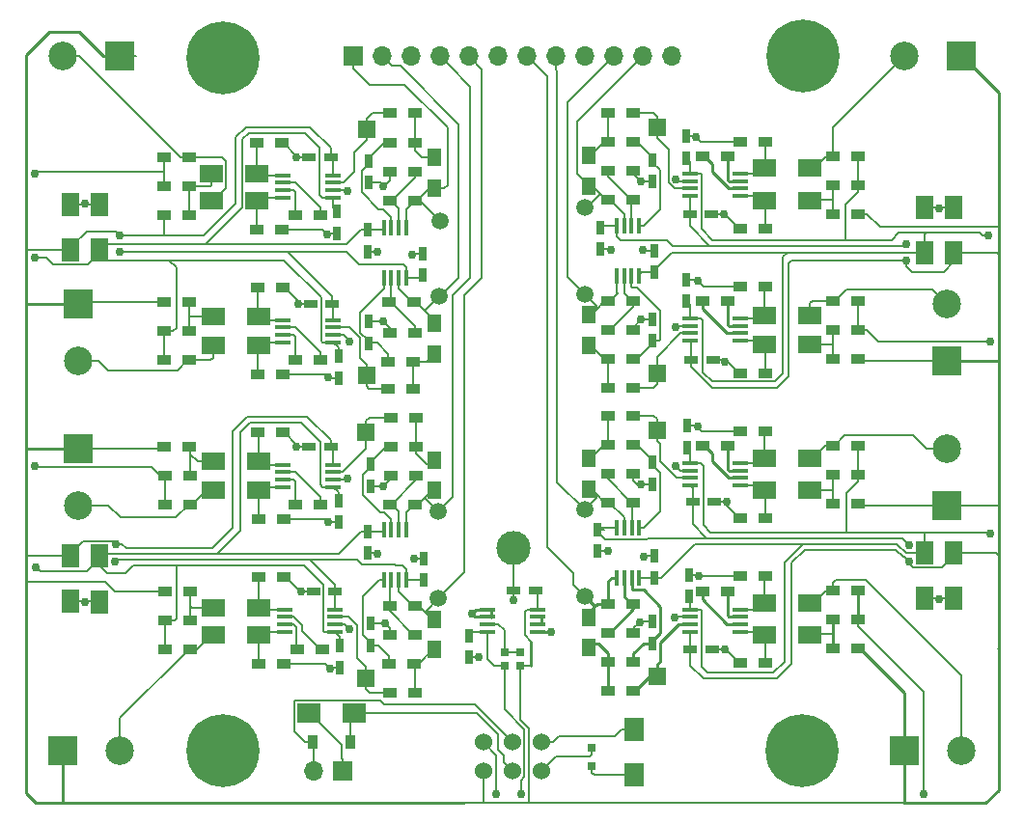
<source format=gbr>
G04 #@! TF.FileFunction,Copper,L1,Top,Signal*
%FSLAX46Y46*%
G04 Gerber Fmt 4.6, Leading zero omitted, Abs format (unit mm)*
G04 Created by KiCad (PCBNEW 4.0.6) date Sun Apr  2 15:01:44 2017*
%MOMM*%
%LPD*%
G01*
G04 APERTURE LIST*
%ADD10C,0.088900*%
%ADD11R,2.000000X1.700000*%
%ADD12R,1.700000X1.700000*%
%ADD13O,1.700000X1.700000*%
%ADD14R,0.900000X1.200000*%
%ADD15R,1.450000X0.450000*%
%ADD16R,1.200000X0.900000*%
%ADD17R,1.600000X2.000000*%
%ADD18R,1.200000X0.750000*%
%ADD19R,0.450000X1.450000*%
%ADD20R,0.640000X0.700000*%
%ADD21C,6.400000*%
%ADD22R,1.500000X1.500000*%
%ADD23C,1.500000*%
%ADD24C,3.000000*%
%ADD25R,0.750000X1.200000*%
%ADD26R,1.300000X1.500000*%
%ADD27R,2.000000X1.600000*%
%ADD28C,2.500000*%
%ADD29R,2.500000X2.500000*%
%ADD30R,0.800000X0.800000*%
%ADD31R,1.700000X2.000000*%
%ADD32C,1.524000*%
%ADD33C,0.754380*%
%ADD34C,0.203200*%
%ADD35C,0.254000*%
G04 APERTURE END LIST*
D10*
D11*
X131985000Y-135128000D03*
X135985000Y-135128000D03*
D12*
X135001000Y-140208000D03*
D13*
X132461000Y-140208000D03*
D14*
X135635000Y-137668000D03*
X132335000Y-137668000D03*
D15*
X147660000Y-126025000D03*
X147660000Y-126675000D03*
X147660000Y-127325000D03*
X147660000Y-127975000D03*
X152060000Y-127975000D03*
X152060000Y-127325000D03*
X152060000Y-126675000D03*
X152060000Y-126025000D03*
D16*
X169884999Y-105282997D03*
X172084999Y-105282997D03*
D17*
X113665000Y-90456000D03*
X113665000Y-94456000D03*
D16*
X121496000Y-86360000D03*
X119296000Y-86360000D03*
X130853000Y-104140000D03*
X133053000Y-104140000D03*
D18*
X133919000Y-111760000D03*
X132019000Y-111760000D03*
D16*
X119422999Y-124460000D03*
X121622999Y-124460000D03*
D19*
X140542080Y-119031548D03*
X139892080Y-119031548D03*
X139242080Y-119031548D03*
X138592080Y-119031548D03*
X138592080Y-123431548D03*
X139242080Y-123431548D03*
X139892080Y-123431548D03*
X140542080Y-123431548D03*
D15*
X169839999Y-102447998D03*
X169839999Y-101797998D03*
X169839999Y-101147998D03*
X169839999Y-100497998D03*
X165439999Y-100497998D03*
X165439999Y-101147998D03*
X165439999Y-101797998D03*
X165439999Y-102447998D03*
D16*
X177970001Y-124332999D03*
X180170001Y-124332999D03*
D20*
X150560000Y-129740500D03*
X149160000Y-129740500D03*
X149160000Y-130990500D03*
X150560000Y-130990500D03*
D21*
X175387000Y-77470000D03*
X124460000Y-77597000D03*
X175260000Y-138430000D03*
X124460000Y-138430000D03*
D12*
X135890001Y-77470000D03*
D13*
X138430001Y-77470000D03*
X140970001Y-77470000D03*
X143510001Y-77470000D03*
X146050001Y-77470000D03*
X148590001Y-77470000D03*
X151130001Y-77470000D03*
X153670001Y-77470000D03*
X156210001Y-77470000D03*
X158750001Y-77470000D03*
X161290001Y-77470000D03*
X163830001Y-77470000D03*
D22*
X137066180Y-83908953D03*
D23*
X143510000Y-91948000D03*
D22*
X137066180Y-105498947D03*
D23*
X143416182Y-98513948D03*
D22*
X137027087Y-110436549D03*
D23*
X143377082Y-117421552D03*
D22*
X137027082Y-132026546D03*
D23*
X143377082Y-125041550D03*
D22*
X162557509Y-131861607D03*
D23*
X156207512Y-124876607D03*
D22*
X162557511Y-110271612D03*
D23*
X156207510Y-117256614D03*
D22*
X162544473Y-105326266D03*
D23*
X156194471Y-98341265D03*
D22*
X162544471Y-83736263D03*
D23*
X156194478Y-90721268D03*
D24*
X149987000Y-120650000D03*
D16*
X160469469Y-87546264D03*
X158269469Y-87546264D03*
X158269472Y-90086264D03*
X160469472Y-90086264D03*
X169884999Y-92582997D03*
X172084999Y-92582997D03*
X177970000Y-88772999D03*
X180170000Y-88772999D03*
X177970002Y-86233001D03*
X180170002Y-86233001D03*
X160469476Y-85006261D03*
X158269476Y-85006261D03*
X158269472Y-82466266D03*
X160469472Y-82466266D03*
X168740000Y-86232999D03*
X166540000Y-86232999D03*
X172084999Y-84962997D03*
X169884999Y-84962997D03*
X180170001Y-91313001D03*
X177970001Y-91313001D03*
X160448973Y-101516263D03*
X158248973Y-101516263D03*
X158269474Y-98976268D03*
X160469474Y-98976268D03*
X177970002Y-101473004D03*
X180170002Y-101473004D03*
X178013000Y-98932998D03*
X180213000Y-98932998D03*
X160469476Y-104056265D03*
X158269476Y-104056265D03*
X158269470Y-106596266D03*
X160469470Y-106596266D03*
X168740000Y-98933002D03*
X166540000Y-98933002D03*
X172084999Y-97663000D03*
X169884999Y-97663000D03*
X180170000Y-104012999D03*
X177970000Y-104012999D03*
X160482513Y-114081614D03*
X158282513Y-114081614D03*
X158282508Y-116621613D03*
X160482508Y-116621613D03*
X169884999Y-117982997D03*
X172084999Y-117982997D03*
X177970000Y-114173000D03*
X180170000Y-114173000D03*
X177970002Y-111633001D03*
X180170002Y-111633001D03*
X160482508Y-111541613D03*
X158282508Y-111541613D03*
X158282515Y-109001612D03*
X160482515Y-109001612D03*
X168739999Y-111633002D03*
X166539999Y-111633002D03*
X172084999Y-110362997D03*
X169884999Y-110362997D03*
X180170002Y-116712999D03*
X177970002Y-116712999D03*
X160482508Y-128051611D03*
X158282508Y-128051611D03*
X158282509Y-125511613D03*
X160482509Y-125511613D03*
X169884999Y-130682997D03*
X172084999Y-130682997D03*
X177969999Y-126873000D03*
X180169999Y-126873000D03*
X160482509Y-130591608D03*
X158282509Y-130591608D03*
X158282516Y-133131611D03*
X160482516Y-133131611D03*
X168740000Y-124460000D03*
X166540000Y-124460000D03*
X172084999Y-123062999D03*
X169884999Y-123062999D03*
X180169998Y-129412999D03*
X177969998Y-129412999D03*
X139102082Y-128216547D03*
X141302082Y-128216547D03*
X141302084Y-125676549D03*
X139102084Y-125676549D03*
X129835000Y-123189999D03*
X127635000Y-123189999D03*
X121622999Y-127000001D03*
X119422999Y-127000001D03*
X121622997Y-129540001D03*
X119422997Y-129540001D03*
X139081585Y-130756548D03*
X141281585Y-130756548D03*
X141302082Y-133296546D03*
X139102082Y-133296546D03*
X130980000Y-129540000D03*
X133180000Y-129540000D03*
X127635000Y-130810003D03*
X129835000Y-130810003D03*
X139186086Y-114246552D03*
X141386086Y-114246552D03*
X141305515Y-116786549D03*
X139105515Y-116786549D03*
X129708002Y-110490006D03*
X127508002Y-110490006D03*
X121623001Y-114300002D03*
X119423001Y-114300002D03*
X121623000Y-116840000D03*
X119423000Y-116840000D03*
X139229081Y-111706552D03*
X141429081Y-111706552D03*
X141429083Y-109166550D03*
X139229083Y-109166550D03*
X130852999Y-116840002D03*
X133052999Y-116840002D03*
X127635001Y-118110002D03*
X129835001Y-118110002D03*
X119296000Y-111760001D03*
X121496000Y-111760001D03*
X121496000Y-101600000D03*
X119296000Y-101600000D03*
X121496000Y-104140000D03*
X119296000Y-104140000D03*
X119296000Y-99060000D03*
X121496000Y-99060000D03*
X139108000Y-87630000D03*
X141308000Y-87630000D03*
X141308000Y-90170000D03*
X139108000Y-90170000D03*
X121496000Y-88900000D03*
X119296000Y-88900000D03*
X141308000Y-82423000D03*
X139108000Y-82423000D03*
X130853000Y-91440000D03*
X133053000Y-91440000D03*
X127424000Y-92710000D03*
X129624000Y-92710000D03*
X139108000Y-85090000D03*
X141308000Y-85090000D03*
X138981000Y-104267000D03*
X141181000Y-104267000D03*
X141181000Y-106680000D03*
X138981000Y-106680000D03*
X129741000Y-97790000D03*
X127541000Y-97790000D03*
X141224000Y-99060000D03*
X139024000Y-99060000D03*
X139108000Y-101727000D03*
X141308000Y-101727000D03*
X129624000Y-85090000D03*
X127424000Y-85090000D03*
D15*
X169840000Y-89748000D03*
X169840000Y-89098000D03*
X169840000Y-88448000D03*
X169840000Y-87798000D03*
X165440000Y-87798000D03*
X165440000Y-88448000D03*
X165440000Y-89098000D03*
X165440000Y-89748000D03*
D19*
X159029472Y-96731264D03*
X159679472Y-96731264D03*
X160329472Y-96731264D03*
X160979472Y-96731264D03*
X160979472Y-92331264D03*
X160329472Y-92331264D03*
X159679472Y-92331264D03*
X159029472Y-92331264D03*
D15*
X169840000Y-115148000D03*
X169840000Y-114498000D03*
X169840000Y-113848000D03*
X169840000Y-113198000D03*
X165440000Y-113198000D03*
X165440000Y-113848000D03*
X165440000Y-114498000D03*
X165440000Y-115148000D03*
D19*
X159042507Y-123266609D03*
X159692507Y-123266609D03*
X160342507Y-123266609D03*
X160992507Y-123266609D03*
X160992507Y-118866609D03*
X160342507Y-118866609D03*
X159692507Y-118866609D03*
X159042507Y-118866609D03*
D15*
X169840001Y-127975000D03*
X169840001Y-127325000D03*
X169840001Y-126675000D03*
X169840001Y-126025000D03*
X165440001Y-126025000D03*
X165440001Y-126675000D03*
X165440001Y-127325000D03*
X165440001Y-127975000D03*
X129880000Y-126025000D03*
X129880000Y-126675000D03*
X129880000Y-127325000D03*
X129880000Y-127975000D03*
X134280000Y-127975000D03*
X134280000Y-127325000D03*
X134280000Y-126675000D03*
X134280000Y-126025000D03*
X129753001Y-113324999D03*
X129753001Y-113974999D03*
X129753001Y-114624999D03*
X129753001Y-115274999D03*
X134153001Y-115274999D03*
X134153001Y-114624999D03*
X134153001Y-113974999D03*
X134153001Y-113324999D03*
X129752999Y-87925000D03*
X129752999Y-88575000D03*
X129752999Y-89225000D03*
X129752999Y-89875000D03*
X134152999Y-89875000D03*
X134152999Y-89225000D03*
X134152999Y-88575000D03*
X134152999Y-87925000D03*
X129753002Y-100624998D03*
X129753002Y-101274998D03*
X129753002Y-101924998D03*
X129753002Y-102574998D03*
X134153002Y-102574998D03*
X134153002Y-101924998D03*
X134153002Y-101274998D03*
X134153002Y-100624998D03*
D19*
X140548000Y-92542000D03*
X139898000Y-92542000D03*
X139248000Y-92542000D03*
X138598000Y-92542000D03*
X138598000Y-96942000D03*
X139248000Y-96942000D03*
X139898000Y-96942000D03*
X140548000Y-96942000D03*
D25*
X146050000Y-130236000D03*
X146050000Y-128336000D03*
D18*
X151889499Y-124333000D03*
X149989499Y-124333000D03*
D25*
X162163472Y-86596264D03*
X162163472Y-88496264D03*
X162163477Y-102466268D03*
X162163477Y-100566268D03*
X157607000Y-92522000D03*
X157607000Y-94422000D03*
D18*
X165420000Y-91313000D03*
X167320000Y-91313000D03*
X165547000Y-104140000D03*
X167447000Y-104140000D03*
D25*
X162176513Y-113131612D03*
X162176513Y-115031612D03*
X162176511Y-129001607D03*
X162176511Y-127101607D03*
X157353000Y-119004000D03*
X157353000Y-120904000D03*
D18*
X165674000Y-116586000D03*
X167574000Y-116586000D03*
X165481000Y-129540000D03*
X167381000Y-129540000D03*
D25*
X137408080Y-129166551D03*
X137408080Y-127266551D03*
X137408081Y-113296548D03*
X137408081Y-115196548D03*
X142113000Y-123444000D03*
X142113000Y-121544000D03*
D18*
X134300000Y-124460000D03*
X132400000Y-124460000D03*
D25*
X137287000Y-86680000D03*
X137287000Y-88580000D03*
X141986000Y-96708000D03*
X141986000Y-94808000D03*
D18*
X134046000Y-99187000D03*
X132146000Y-99187000D03*
X133919000Y-86360000D03*
X132019000Y-86360000D03*
D25*
X137287000Y-102677000D03*
X137287000Y-100777000D03*
D17*
X111125000Y-94456000D03*
X111125000Y-90456000D03*
D26*
X143035178Y-89068953D03*
X143035178Y-86368953D03*
X143002000Y-100932000D03*
X143002000Y-103632000D03*
D25*
X134493000Y-93025000D03*
X134493000Y-91125000D03*
X134620000Y-105725000D03*
X134620000Y-103825000D03*
X137160000Y-94610000D03*
X137160000Y-92710000D03*
D17*
X111125000Y-121317000D03*
X111125000Y-125317000D03*
D26*
X142996080Y-115596549D03*
X142996080Y-112896549D03*
X142996082Y-126866550D03*
X142996082Y-129566550D03*
D25*
X134620000Y-118364000D03*
X134620000Y-116464000D03*
X134747000Y-131125000D03*
X134747000Y-129225000D03*
X137160000Y-121092000D03*
X137160000Y-119192000D03*
D17*
X113665000Y-125349000D03*
X113665000Y-121349000D03*
X188595000Y-121063000D03*
X188595000Y-125063000D03*
D26*
X156588514Y-126699110D03*
X156588514Y-129399110D03*
X156588505Y-115431611D03*
X156588505Y-112731611D03*
D25*
X165354000Y-123002000D03*
X165354000Y-124902000D03*
X165227000Y-109921000D03*
X165227000Y-111821000D03*
X162306000Y-121351000D03*
X162306000Y-123251000D03*
D17*
X186055000Y-125063000D03*
X186055000Y-121063000D03*
X188595000Y-94710000D03*
X188595000Y-90710000D03*
D26*
X156575472Y-100166269D03*
X156575472Y-102866269D03*
X156575475Y-88896266D03*
X156575475Y-86196266D03*
D25*
X165100000Y-97094000D03*
X165100000Y-98994000D03*
X165100000Y-84521000D03*
X165100000Y-86421000D03*
X162306000Y-94554000D03*
X162306000Y-96454000D03*
D17*
X186055000Y-90710000D03*
X186055000Y-94710000D03*
D16*
X119296000Y-91440000D03*
X121496000Y-91440000D03*
X127551000Y-105410000D03*
X129751000Y-105410000D03*
D27*
X127476000Y-90170000D03*
X123476000Y-90170000D03*
X127476000Y-87757000D03*
X123476000Y-87757000D03*
X127603000Y-102870000D03*
X123603000Y-102870000D03*
X127603000Y-100330000D03*
X123603000Y-100330000D03*
X127603002Y-115569998D03*
X123603002Y-115569998D03*
X127603000Y-113029999D03*
X123603000Y-113029999D03*
X127603000Y-128269998D03*
X123603000Y-128269998D03*
X127603000Y-125857000D03*
X123603000Y-125857000D03*
X171989999Y-125476000D03*
X175989999Y-125476000D03*
X171989998Y-128270000D03*
X175989998Y-128270000D03*
X171990000Y-112776000D03*
X175990000Y-112776000D03*
X171990001Y-115570000D03*
X175990001Y-115570000D03*
X171989998Y-100203001D03*
X175989998Y-100203001D03*
X171990001Y-102742998D03*
X175990001Y-102742998D03*
X171990000Y-87249000D03*
X175990000Y-87249000D03*
X171990001Y-90170000D03*
X175990001Y-90170000D03*
D28*
X110443000Y-77470000D03*
D29*
X115443000Y-77470000D03*
D28*
X111760000Y-104187000D03*
D29*
X111760000Y-99187000D03*
D28*
X111759998Y-116887001D03*
D29*
X111759998Y-111887001D03*
D28*
X115443000Y-138430000D03*
D29*
X110443000Y-138430000D03*
D28*
X189230000Y-138430000D03*
D29*
X184230000Y-138430000D03*
D28*
X187959999Y-111887001D03*
D29*
X187959999Y-116887001D03*
D28*
X187960000Y-99186998D03*
D29*
X187960000Y-104186998D03*
D28*
X184230000Y-77470000D03*
D29*
X189230000Y-77470000D03*
D30*
X156845000Y-138138000D03*
X156845000Y-139738000D03*
D31*
X160528000Y-140557000D03*
X160528000Y-136557000D03*
D32*
X149860000Y-140208000D03*
X152400000Y-140208000D03*
X147320000Y-140208000D03*
X147300000Y-137658000D03*
X149840000Y-137658000D03*
X152380000Y-137658000D03*
D33*
X146875500Y-130175000D03*
X149987000Y-125222001D03*
X161290000Y-94488000D03*
X158496000Y-94488000D03*
X165989000Y-84582000D03*
X168402000Y-91313000D03*
X166116002Y-97155000D03*
X168529000Y-104267000D03*
X166116000Y-109982000D03*
X168656000Y-116586000D03*
X161417000Y-121412000D03*
X158242000Y-120904000D03*
X166243000Y-123063000D03*
X168529000Y-129540000D03*
X133857998Y-131191000D03*
X131318000Y-124460000D03*
X138049000Y-121158000D03*
X141224000Y-121539000D03*
X133731000Y-118364000D03*
X130937000Y-111760000D03*
X133731000Y-105663988D03*
X131064000Y-99187000D03*
X138049000Y-94615000D03*
X141097000Y-94869000D03*
X133604000Y-93091000D03*
X130937000Y-86360000D03*
X164210795Y-88254934D03*
X187325000Y-90805000D03*
X112395000Y-90424000D03*
X138557000Y-88900000D03*
X135590309Y-102501086D03*
X135382000Y-89281000D03*
X135382000Y-114554000D03*
X112395000Y-125349000D03*
X135559992Y-127762000D03*
X187325000Y-125095001D03*
X164211000Y-101219000D03*
X164160008Y-113411000D03*
X164084000Y-126746000D03*
X161036000Y-127127000D03*
X138684000Y-127254000D03*
X138557000Y-115189000D03*
X138557000Y-100711000D03*
X161162990Y-100584000D03*
X161163000Y-88496264D03*
X161163000Y-115031612D03*
X153289000Y-128016000D03*
X146304000Y-126365000D03*
X115384275Y-94636600D03*
X115443000Y-93218000D03*
X115020020Y-121793000D03*
X115062000Y-120269000D03*
X184658032Y-121814600D03*
X184658000Y-120352809D03*
X184404000Y-93980000D03*
X184404000Y-95377000D03*
X150600400Y-142240000D03*
X148463000Y-142240000D03*
X191643000Y-93218002D03*
X191770000Y-119380000D03*
X107950000Y-87757000D03*
X107950000Y-113411000D03*
X191770000Y-102489000D03*
X185928000Y-142240000D03*
X107950000Y-95123000D03*
X108077000Y-122301000D03*
D34*
X149989499Y-124333000D02*
X149989499Y-120652499D01*
X149989499Y-120652499D02*
X149987000Y-120650000D01*
X146814500Y-130236000D02*
X146875500Y-130175000D01*
X146050000Y-130236000D02*
X146814500Y-130236000D01*
X149989500Y-124333001D02*
X149989501Y-125219501D01*
X149989501Y-125219501D02*
X149987000Y-125222001D01*
X162306000Y-94554000D02*
X161356000Y-94554000D01*
X161356000Y-94554000D02*
X161290000Y-94488000D01*
X158562000Y-94554000D02*
X158496000Y-94488000D01*
X158430000Y-94422000D02*
X158496000Y-94488000D01*
X157607000Y-94422000D02*
X158430000Y-94422000D01*
X165100000Y-84521000D02*
X165928000Y-84521000D01*
X166366189Y-84959189D02*
X165989000Y-84582000D01*
X166369997Y-84962997D02*
X166366189Y-84959189D01*
X169884999Y-84962997D02*
X166369997Y-84962997D01*
X165928000Y-84521000D02*
X165989000Y-84582000D01*
X168465002Y-91313000D02*
X168402000Y-91313000D01*
X169734999Y-92582997D02*
X168465002Y-91313000D01*
X169884999Y-92582997D02*
X169734999Y-92582997D01*
X167320000Y-91313000D02*
X168402000Y-91313000D01*
X165100000Y-97094000D02*
X166055002Y-97094000D01*
X166055002Y-97094000D02*
X166116002Y-97155000D01*
X166493191Y-97532189D02*
X166116002Y-97155000D01*
X166624002Y-97663000D02*
X166493191Y-97532189D01*
X169884999Y-97663000D02*
X166624002Y-97663000D01*
X168402000Y-104140000D02*
X168529000Y-104267000D01*
X168719002Y-104267000D02*
X168529000Y-104267000D01*
X169884999Y-105282997D02*
X169734999Y-105282997D01*
X167447000Y-104140000D02*
X168402000Y-104140000D01*
X169734999Y-105282997D02*
X168719002Y-104267000D01*
X166055000Y-109921000D02*
X166116000Y-109982000D01*
X165227000Y-109921000D02*
X166055000Y-109921000D01*
X166493189Y-110359189D02*
X166116000Y-109982000D01*
X166496997Y-110362997D02*
X166493189Y-110359189D01*
X169884999Y-110362997D02*
X166496997Y-110362997D01*
X168656000Y-116903998D02*
X168656000Y-116586000D01*
X169734999Y-117982997D02*
X168656000Y-116903998D01*
X169884999Y-117982997D02*
X169734999Y-117982997D01*
X167574000Y-116586000D02*
X168656000Y-116586000D01*
X162306000Y-121351000D02*
X161478000Y-121351000D01*
X161478000Y-121351000D02*
X161417000Y-121412000D01*
X157353000Y-120904000D02*
X158242000Y-120904000D01*
X166182000Y-123002000D02*
X166243000Y-123063000D01*
X165354000Y-123002000D02*
X166182000Y-123002000D01*
X166776427Y-123063000D02*
X166243000Y-123063000D01*
X169884999Y-123062999D02*
X166776427Y-123063000D01*
X168592002Y-129540000D02*
X168529000Y-129540000D01*
X169734999Y-130682997D02*
X168592002Y-129540000D01*
X169884999Y-130682997D02*
X169734999Y-130682997D01*
X167381000Y-129540000D02*
X168529000Y-129540000D01*
X133923998Y-131125000D02*
X133857998Y-131191000D01*
X134747000Y-131125000D02*
X133923998Y-131125000D01*
X133477001Y-130810003D02*
X133480809Y-130813811D01*
X129835000Y-130810003D02*
X133477001Y-130810003D01*
X133480809Y-130813811D02*
X133857998Y-131191000D01*
X129985000Y-123189999D02*
X131255001Y-124460000D01*
X129835000Y-123189999D02*
X129985000Y-123189999D01*
X132400000Y-124460000D02*
X131318000Y-124460000D01*
X131255001Y-124460000D02*
X131318000Y-124460000D01*
X137160000Y-121092000D02*
X137983000Y-121092000D01*
X137983000Y-121092000D02*
X138049000Y-121158000D01*
X141229000Y-121544000D02*
X141224000Y-121539000D01*
X142113000Y-121544000D02*
X141229000Y-121544000D01*
X133477002Y-118110002D02*
X133731000Y-118364000D01*
X129835001Y-118110002D02*
X133477002Y-118110002D01*
X134620000Y-118364000D02*
X133731000Y-118364000D01*
X130937000Y-111569004D02*
X130937000Y-111760000D01*
X129858002Y-110490006D02*
X130937000Y-111569004D01*
X129708002Y-110490006D02*
X129858002Y-110490006D01*
X130810000Y-111760000D02*
X130937000Y-111760000D01*
X132019000Y-111760000D02*
X130810000Y-111760000D01*
X133477012Y-105410000D02*
X133731000Y-105663988D01*
X129751000Y-105410000D02*
X133477012Y-105410000D01*
X133792012Y-105725000D02*
X133731000Y-105663988D01*
X134620000Y-105725000D02*
X133792012Y-105725000D01*
X131064000Y-98963000D02*
X131064000Y-99187000D01*
X129891000Y-97790000D02*
X131064000Y-98963000D01*
X129741000Y-97790000D02*
X129891000Y-97790000D01*
X132146000Y-99187000D02*
X131064000Y-99187000D01*
X137160000Y-94610000D02*
X138044000Y-94610000D01*
X138044000Y-94610000D02*
X138049000Y-94615000D01*
X141986000Y-94808000D02*
X141158000Y-94808000D01*
X141158000Y-94808000D02*
X141097000Y-94869000D01*
X133670000Y-93025000D02*
X133604000Y-93091000D01*
X134493000Y-93025000D02*
X133670000Y-93025000D01*
X133226811Y-92713811D02*
X133604000Y-93091000D01*
X133223000Y-92710000D02*
X133226811Y-92713811D01*
X129624000Y-92710000D02*
X133223000Y-92710000D01*
X130937000Y-86253000D02*
X130937000Y-86360000D01*
X129774000Y-85090000D02*
X130937000Y-86253000D01*
X129624000Y-85090000D02*
X129774000Y-85090000D01*
X132019000Y-86360000D02*
X130937000Y-86360000D01*
X165440000Y-88448000D02*
X164403861Y-88448000D01*
X164403861Y-88448000D02*
X164210795Y-88254934D01*
X188595000Y-90710000D02*
X187420000Y-90710000D01*
X187420000Y-90710000D02*
X187325000Y-90805000D01*
X186055000Y-90710000D02*
X187230000Y-90710000D01*
X187230000Y-90710000D02*
X187325000Y-90805000D01*
X111125000Y-90456000D02*
X112363000Y-90456000D01*
X112363000Y-90456000D02*
X112395000Y-90424000D01*
X113665000Y-90456000D02*
X112427000Y-90456000D01*
X112427000Y-90456000D02*
X112395000Y-90424000D01*
X139108000Y-88349000D02*
X138934189Y-88522811D01*
X139108000Y-87630000D02*
X139108000Y-88349000D01*
X138237000Y-88580000D02*
X138557000Y-88900000D01*
X138934189Y-88522811D02*
X138557000Y-88900000D01*
X137287000Y-88580000D02*
X138237000Y-88580000D01*
X137160000Y-100716000D02*
X138552000Y-100716000D01*
X138552000Y-100716000D02*
X138557000Y-100711000D01*
X135081202Y-101924998D02*
X135590309Y-102434105D01*
X134153002Y-101924998D02*
X135081202Y-101924998D01*
X135590309Y-102434105D02*
X135590309Y-102501086D01*
X134152999Y-89225000D02*
X135326000Y-89225000D01*
X135326000Y-89225000D02*
X135382000Y-89281000D01*
X134153001Y-114624999D02*
X135311001Y-114624999D01*
X135311001Y-114624999D02*
X135382000Y-114554000D01*
X113665000Y-125316998D02*
X112427002Y-125316998D01*
X112427002Y-125316998D02*
X112395000Y-125349000D01*
X111124998Y-125317000D02*
X112363000Y-125317000D01*
X112363000Y-125317000D02*
X112395000Y-125349000D01*
X135122992Y-127325000D02*
X135559992Y-127762000D01*
X134280000Y-127325000D02*
X135122992Y-127325000D01*
X186055000Y-125062999D02*
X187293000Y-125063001D01*
X187293000Y-125063001D02*
X187325000Y-125095001D01*
X188594999Y-125063000D02*
X187357000Y-125063000D01*
X187357000Y-125063000D02*
X187325000Y-125095001D01*
X164282002Y-101147998D02*
X164211000Y-101219000D01*
X165439999Y-101147998D02*
X164282002Y-101147998D01*
X165440000Y-113848000D02*
X164597008Y-113848000D01*
X164597008Y-113848000D02*
X164160008Y-113411000D01*
X165440001Y-126675000D02*
X164155000Y-126675000D01*
X164155000Y-126675000D02*
X164084000Y-126746000D01*
X162176511Y-127101607D02*
X161061393Y-127101607D01*
X161061393Y-127101607D02*
X161036000Y-127127000D01*
X160482508Y-128051611D02*
X160482508Y-127680492D01*
X160482508Y-127680492D02*
X161036000Y-127127000D01*
X139102082Y-128216547D02*
X139102082Y-127672082D01*
X139102082Y-127672082D02*
X138684000Y-127254000D01*
X137408080Y-127266551D02*
X138671449Y-127266551D01*
X138671449Y-127266551D02*
X138684000Y-127254000D01*
X137408081Y-115196548D02*
X138549452Y-115196548D01*
X138549452Y-115196548D02*
X138557000Y-115189000D01*
X139186086Y-114246552D02*
X139186086Y-114559914D01*
X139186086Y-114559914D02*
X138557000Y-115189000D01*
X138529047Y-100738953D02*
X138557000Y-100711000D01*
X139141175Y-101688949D02*
X139141175Y-101295175D01*
X139141175Y-101295175D02*
X138557000Y-100711000D01*
X162163477Y-100566268D02*
X161180722Y-100566268D01*
X161180722Y-100566268D02*
X161162990Y-100584000D01*
X160448973Y-101516263D02*
X160448973Y-101298017D01*
X160448973Y-101298017D02*
X161162990Y-100584000D01*
X160448973Y-101516263D02*
X160598973Y-101516263D01*
X162163472Y-88496264D02*
X161163000Y-88496264D01*
X160469469Y-87546264D02*
X160469469Y-87802733D01*
X160469469Y-87802733D02*
X161163000Y-88496264D01*
X161163000Y-115031612D02*
X160779311Y-115031612D01*
X162176513Y-115031612D02*
X161163000Y-115031612D01*
X160482513Y-114734814D02*
X160482513Y-114081614D01*
X160779311Y-115031612D02*
X160482513Y-114734814D01*
D35*
X152060000Y-127975000D02*
X153248000Y-127975000D01*
X153248000Y-127975000D02*
X153289000Y-128016000D01*
X146614000Y-126675000D02*
X146304000Y-126365000D01*
X147660000Y-126675000D02*
X146614000Y-126675000D01*
X147660000Y-126025000D02*
X146644000Y-126025000D01*
X146644000Y-126025000D02*
X146304000Y-126365000D01*
X148000000Y-126066000D02*
X147500000Y-126066000D01*
X148000000Y-126716000D02*
X148000000Y-126066000D01*
D34*
X141308000Y-85090000D02*
X141308000Y-85743200D01*
X141308000Y-85743200D02*
X141933753Y-86368953D01*
X141933753Y-86368953D02*
X142181978Y-86368953D01*
X142181978Y-86368953D02*
X143035178Y-86368953D01*
X141308000Y-82423000D02*
X141308000Y-85090000D01*
X143035178Y-86768953D02*
X143035178Y-86543953D01*
X129752999Y-89875000D02*
X127771000Y-89875000D01*
X127476000Y-90170000D02*
X127476000Y-92658000D01*
X127771000Y-89875000D02*
X127476000Y-90170000D01*
X127476000Y-92658000D02*
X127424000Y-92710000D01*
X121496000Y-88900000D02*
X123386200Y-88900000D01*
X123386200Y-88900000D02*
X123476000Y-88810200D01*
X123476000Y-88810200D02*
X123476000Y-87757000D01*
X121496000Y-91440000D02*
X121496000Y-90786800D01*
X121496000Y-90786800D02*
X121496000Y-88900000D01*
X127551000Y-105410000D02*
X127551000Y-102922000D01*
X127551000Y-102922000D02*
X127603000Y-102870000D01*
X129753002Y-102574998D02*
X127898002Y-102574998D01*
X127898002Y-102574998D02*
X127603000Y-102870000D01*
X138598000Y-96942000D02*
X138598000Y-97870200D01*
X137983200Y-102616000D02*
X138981000Y-103613800D01*
X138598000Y-97870200D02*
X136525000Y-99943200D01*
X136525000Y-99943200D02*
X136525000Y-101727000D01*
X136525000Y-101727000D02*
X137160000Y-102362000D01*
X137160000Y-102362000D02*
X137160000Y-102616000D01*
X137160000Y-102616000D02*
X137983200Y-102616000D01*
X138981000Y-103613800D02*
X138981000Y-104267000D01*
D35*
X152400000Y-127366000D02*
X152400000Y-126716000D01*
D34*
X143510000Y-91948000D02*
X141732000Y-90170000D01*
X141732000Y-90170000D02*
X141308000Y-90170000D01*
X143035178Y-89068953D02*
X143888378Y-89068953D01*
X144166178Y-88791153D02*
X144166178Y-83745007D01*
X143888378Y-89068953D02*
X144166178Y-88791153D01*
X141308000Y-90170000D02*
X141458000Y-90170000D01*
X141458000Y-90170000D02*
X142559047Y-89068953D01*
X142559047Y-89068953D02*
X143035178Y-89068953D01*
X140548000Y-92542000D02*
X140548000Y-92497000D01*
X140548000Y-92497000D02*
X140589000Y-92456000D01*
X140589000Y-92456000D02*
X140589000Y-90889000D01*
X140589000Y-90889000D02*
X141308000Y-90170000D01*
X135890001Y-78523200D02*
X135890001Y-77470000D01*
X140431171Y-80010000D02*
X137376801Y-80010000D01*
X144166178Y-83745007D02*
X140431171Y-80010000D01*
X137376801Y-80010000D02*
X135890001Y-78523200D01*
X143416182Y-98513948D02*
X143548052Y-98513948D01*
X145161000Y-96901000D02*
X145161000Y-83439000D01*
X145161000Y-83439000D02*
X140041999Y-78319999D01*
X143548052Y-98513948D02*
X145161000Y-96901000D01*
X140041999Y-78319999D02*
X139280000Y-78319999D01*
X139280000Y-78319999D02*
X138430001Y-77470000D01*
X142240000Y-99926000D02*
X143002000Y-100688000D01*
X141374000Y-99060000D02*
X142240000Y-99926000D01*
X142240000Y-99926000D02*
X142240000Y-99690130D01*
X142240000Y-99690130D02*
X143416182Y-98513948D01*
X141224000Y-99060000D02*
X141374000Y-99060000D01*
X143002000Y-100688000D02*
X143002000Y-100932000D01*
X141341178Y-99148951D02*
X141176751Y-99148951D01*
X141176751Y-99148951D02*
X139898000Y-97870200D01*
X139898000Y-97870200D02*
X139898000Y-96942000D01*
X137066180Y-83908953D02*
X137066180Y-82955753D01*
X137066180Y-82955753D02*
X137598933Y-82423000D01*
X137598933Y-82423000D02*
X138304800Y-82423000D01*
X138304800Y-82423000D02*
X139108000Y-82423000D01*
X134152999Y-88575000D02*
X135081199Y-88575000D01*
X135081199Y-88575000D02*
X136017000Y-87639199D01*
X136017000Y-87639199D02*
X136017000Y-85911333D01*
X136017000Y-85911333D02*
X137066180Y-84862153D01*
X137066180Y-84862153D02*
X137066180Y-83908953D01*
X137066180Y-105498947D02*
X137066180Y-104545747D01*
X137066180Y-104545747D02*
X136470594Y-103950161D01*
X136470594Y-103950161D02*
X136470594Y-102211424D01*
X136470594Y-102211424D02*
X135534168Y-101274998D01*
X135534168Y-101274998D02*
X135081202Y-101274998D01*
X135081202Y-101274998D02*
X134153002Y-101274998D01*
X137066180Y-105498947D02*
X137066180Y-106452147D01*
X137066180Y-106452147D02*
X137294033Y-106680000D01*
X137294033Y-106680000D02*
X138177800Y-106680000D01*
X138177800Y-106680000D02*
X138981000Y-106680000D01*
X150560000Y-131543700D02*
X150560000Y-130990500D01*
X150560000Y-135670170D02*
X150560000Y-131543700D01*
X151333198Y-143002000D02*
X151333198Y-136443368D01*
X151333198Y-136443368D02*
X150560000Y-135670170D01*
X151333198Y-143002000D02*
X184150000Y-143002000D01*
X147320000Y-143002000D02*
X151333198Y-143002000D01*
X147320000Y-143002000D02*
X147320000Y-140208000D01*
X145678000Y-143002000D02*
X147320000Y-143002000D01*
X152060000Y-126025000D02*
X152060000Y-124503501D01*
X152060000Y-124503501D02*
X151889499Y-124333000D01*
X150939500Y-128270000D02*
X150939500Y-126217300D01*
X150939500Y-126217300D02*
X151131800Y-126025000D01*
X151131800Y-126025000D02*
X152060000Y-126025000D01*
X151510000Y-128840500D02*
X150939500Y-128270000D01*
D35*
X151510000Y-130937000D02*
X151510000Y-128840500D01*
D34*
X151456500Y-130990500D02*
X150560000Y-130990500D01*
X151510000Y-130937000D02*
X151456500Y-130990500D01*
X136256076Y-121665998D02*
X132080000Y-121665998D01*
X139638835Y-122195592D02*
X139522827Y-122079584D01*
X140234324Y-122195592D02*
X139638835Y-122195592D01*
X140542080Y-122503348D02*
X140234324Y-122195592D01*
X136669662Y-122079584D02*
X136256076Y-121665998D01*
X140542080Y-123431548D02*
X140542080Y-122503348D01*
X139522827Y-122079584D02*
X136669662Y-122079584D01*
X180170001Y-91313001D02*
X180973201Y-91313001D01*
X191306244Y-92456000D02*
X192532000Y-92456000D01*
X180973201Y-91313001D02*
X182116200Y-92456000D01*
X182116200Y-92456000D02*
X191306244Y-92456000D01*
X165481000Y-129540000D02*
X165481000Y-130937000D01*
X165481000Y-130937000D02*
X166624000Y-132080000D01*
X166624000Y-132080000D02*
X173101000Y-132080000D01*
X173101000Y-132080000D02*
X174374811Y-130806189D01*
X175514000Y-120777000D02*
X183515000Y-120777000D01*
X174374811Y-130806189D02*
X174374811Y-121916189D01*
X183515000Y-120777000D02*
X184175411Y-121437411D01*
X174374811Y-121916189D02*
X175514000Y-120777000D01*
X184175411Y-121437411D02*
X184280843Y-121437411D01*
X184280843Y-121437411D02*
X184658032Y-121814600D01*
X133919000Y-111760000D02*
X133919000Y-111186000D01*
X133919000Y-111186000D02*
X131826000Y-109093000D01*
X131826000Y-109093000D02*
X126619000Y-109093000D01*
X115595427Y-120269000D02*
X115062000Y-120269000D01*
X126619000Y-109093000D02*
X125349000Y-110363000D01*
X125349000Y-110363000D02*
X125349000Y-118872000D01*
X125349000Y-118872000D02*
X123571000Y-120650000D01*
X115976427Y-120650000D02*
X115595427Y-120269000D01*
X123571000Y-120650000D02*
X115976427Y-120650000D01*
X133919000Y-86360000D02*
X133919000Y-85532000D01*
X133919000Y-85532000D02*
X132080000Y-83693000D01*
X132080000Y-83693000D02*
X126492000Y-83693000D01*
X126492000Y-83693000D02*
X125603000Y-84582000D01*
X125603000Y-84582000D02*
X125603000Y-90395922D01*
X125603000Y-90395922D02*
X122780922Y-93218000D01*
X122780922Y-93218000D02*
X121224000Y-93218000D01*
X121224000Y-93218000D02*
X119253000Y-93218000D01*
X135276600Y-94636600D02*
X130175000Y-94636600D01*
X130175000Y-94636600D02*
X115917702Y-94636600D01*
X134046000Y-98608800D02*
X134046000Y-98507600D01*
X134046000Y-98507600D02*
X130175000Y-94636600D01*
X140548000Y-96942000D02*
X140548000Y-96013800D01*
X140548000Y-96013800D02*
X140301601Y-95767401D01*
X140301601Y-95767401D02*
X136407401Y-95767401D01*
X136407401Y-95767401D02*
X135276600Y-94636600D01*
X115917702Y-94636600D02*
X115384275Y-94636600D01*
X119253000Y-93218000D02*
X115443000Y-93218000D01*
X119296000Y-91440000D02*
X119296000Y-93175000D01*
X119296000Y-93175000D02*
X119253000Y-93218000D01*
X119446000Y-91440000D02*
X119296000Y-91440000D01*
X115443000Y-93218000D02*
X115065811Y-92840811D01*
X115065811Y-92840811D02*
X112540189Y-92840811D01*
X111125000Y-94256000D02*
X111125000Y-94456000D01*
X112540189Y-92840811D02*
X111125000Y-94256000D01*
D35*
X192532000Y-92456000D02*
X192532000Y-80645000D01*
X189357000Y-77470000D02*
X189150000Y-77470000D01*
X192532000Y-80645000D02*
X189357000Y-77470000D01*
D34*
X107188000Y-121412000D02*
X107283000Y-121317000D01*
X107283000Y-121317000D02*
X110121800Y-121317000D01*
X110121800Y-121317000D02*
X111125000Y-121317000D01*
D35*
X107188000Y-124460000D02*
X107188000Y-123571000D01*
X107188000Y-123571000D02*
X107188000Y-122809000D01*
D34*
X119422999Y-124460000D02*
X115033971Y-124460000D01*
X115033971Y-124460000D02*
X114144971Y-123571000D01*
X114144971Y-123571000D02*
X107188000Y-123571000D01*
X115062000Y-120269000D02*
X114862599Y-120069599D01*
X114862599Y-120069599D02*
X112172401Y-120069599D01*
X111125000Y-121117000D02*
X111125000Y-121317000D01*
X112172401Y-120069599D02*
X111125000Y-121117000D01*
X111125000Y-121517000D02*
X111125000Y-121317000D01*
D35*
X107188000Y-121412000D02*
X107188000Y-111760000D01*
X107188000Y-122809000D02*
X107188000Y-121412000D01*
D34*
X132080000Y-121665998D02*
X115147022Y-121665998D01*
X134300000Y-123881800D02*
X134295802Y-123881800D01*
X134295802Y-123881800D02*
X132080000Y-121665998D01*
X115147022Y-121665998D02*
X115020020Y-121793000D01*
X115020014Y-121793006D02*
X115020020Y-121793000D01*
X115020002Y-121793018D02*
X115020020Y-121793000D01*
X184658032Y-121814600D02*
X184658032Y-121968954D01*
X184658032Y-121968954D02*
X185031479Y-122342401D01*
X185031479Y-122342401D02*
X187515599Y-122342401D01*
X187515599Y-122342401D02*
X188595000Y-121263000D01*
X188595000Y-121263000D02*
X188595000Y-121063000D01*
X184280811Y-119975620D02*
X184658000Y-120352809D01*
X166878000Y-119761000D02*
X184066191Y-119761000D01*
X184066191Y-119761000D02*
X184280811Y-119975620D01*
X187959999Y-116887001D02*
X192484999Y-116887001D01*
X192484999Y-116887001D02*
X192532000Y-116840000D01*
X166878000Y-119761000D02*
X165989000Y-119761000D01*
X165674000Y-116586000D02*
X165674000Y-118557000D01*
X165674000Y-118557000D02*
X166878000Y-119761000D01*
X157353000Y-119004000D02*
X157353000Y-119229000D01*
X157353000Y-119229000D02*
X158012000Y-119888000D01*
X158012000Y-119888000D02*
X161671000Y-119888000D01*
X161671000Y-119888000D02*
X161798000Y-119761000D01*
X161798000Y-119761000D02*
X165989000Y-119761000D01*
D35*
X192532000Y-94869000D02*
X192532000Y-94742000D01*
X192532000Y-104140000D02*
X192532000Y-94869000D01*
D34*
X192532000Y-94869000D02*
X192373000Y-94710000D01*
X192373000Y-94710000D02*
X188595000Y-94710000D01*
D35*
X192532000Y-94742000D02*
X192532000Y-92456000D01*
D34*
X188595000Y-94710000D02*
X188595000Y-94510000D01*
X184404000Y-95377000D02*
X184404000Y-95885000D01*
X184404000Y-95885000D02*
X184912000Y-96393000D01*
X184912000Y-96393000D02*
X187706000Y-96393000D01*
X187706000Y-96393000D02*
X188595000Y-95504000D01*
X188595000Y-95504000D02*
X188595000Y-94710000D01*
X184404000Y-93980000D02*
X184277000Y-94107000D01*
X184277000Y-94107000D02*
X167164588Y-94107000D01*
X184404000Y-95377000D02*
X174371000Y-95377000D01*
X174371000Y-95377000D02*
X174117000Y-95631000D01*
X173101000Y-106553000D02*
X167381800Y-106553000D01*
X174117000Y-95631000D02*
X174117000Y-105537000D01*
X165547000Y-104718200D02*
X165547000Y-104140000D01*
X174117000Y-105537000D02*
X173101000Y-106553000D01*
X167381800Y-106553000D02*
X165547000Y-104718200D01*
X187293000Y-117554000D02*
X187959999Y-116887001D01*
X163449000Y-93599000D02*
X163957000Y-94107000D01*
X163957000Y-94107000D02*
X167164588Y-94107000D01*
X159369008Y-93599000D02*
X163449000Y-93599000D01*
X159029472Y-92331264D02*
X159029472Y-93259464D01*
X159029472Y-93259464D02*
X159369008Y-93599000D01*
X165420000Y-92362412D02*
X167164588Y-94107000D01*
X165420000Y-91313000D02*
X165420000Y-92362412D01*
X188595000Y-120863000D02*
X188595000Y-121063000D01*
X134300000Y-124460000D02*
X134300000Y-123881800D01*
X134046000Y-98608800D02*
X134041800Y-98608800D01*
X134046000Y-99187000D02*
X134046000Y-98608800D01*
X119296000Y-99060000D02*
X111887000Y-99060000D01*
X111887000Y-99060000D02*
X111760000Y-99187000D01*
X107220000Y-94456000D02*
X111125000Y-94456000D01*
D35*
X107188000Y-94488000D02*
X107188000Y-77343000D01*
X107188000Y-99187000D02*
X107188000Y-94488000D01*
D34*
X107188000Y-94488000D02*
X107220000Y-94456000D01*
X134152999Y-87925000D02*
X134152999Y-86593999D01*
X134152999Y-86593999D02*
X133919000Y-86360000D01*
X140548000Y-96942000D02*
X141752000Y-96942000D01*
X141752000Y-96942000D02*
X141986000Y-96708000D01*
X115443000Y-77470000D02*
X116896200Y-77470000D01*
X134153002Y-100624998D02*
X134153002Y-99333998D01*
X134153002Y-99333998D02*
X134300000Y-99187000D01*
X134153001Y-113324999D02*
X134153001Y-111994001D01*
X134153001Y-111994001D02*
X133919000Y-111760000D01*
X134280000Y-126025000D02*
X134280000Y-124480000D01*
X134280000Y-124480000D02*
X134300000Y-124460000D01*
X142113000Y-123444000D02*
X140554532Y-123444000D01*
X140554532Y-123444000D02*
X140542080Y-123431548D01*
X165674000Y-116586000D02*
X165674000Y-115382000D01*
X165674000Y-115382000D02*
X165440000Y-115148000D01*
X188595000Y-117522002D02*
X187959999Y-116887001D01*
X165420000Y-115168000D02*
X165440000Y-115148000D01*
X159029472Y-92331264D02*
X157797736Y-92331264D01*
X157797736Y-92331264D02*
X157607000Y-92522000D01*
X157353000Y-119004000D02*
X157931200Y-119004000D01*
D35*
X192532000Y-121285000D02*
X192532000Y-116840000D01*
X192532000Y-125095000D02*
X192532000Y-121285000D01*
D34*
X192310000Y-121063000D02*
X188595000Y-121063000D01*
X192532000Y-121285000D02*
X192310000Y-121063000D01*
D35*
X192532000Y-129476500D02*
X192532000Y-125095000D01*
D34*
X159042507Y-118866609D02*
X157490391Y-118866609D01*
X157490391Y-118866609D02*
X157353000Y-119004000D01*
X165420000Y-91313000D02*
X165420000Y-89768000D01*
X165420000Y-89768000D02*
X165440000Y-89748000D01*
X165547000Y-104140000D02*
X165547000Y-102554999D01*
X165547000Y-102554999D02*
X165439999Y-102447998D01*
X165440001Y-127975000D02*
X165440001Y-129499001D01*
X165440001Y-129499001D02*
X165481000Y-129540000D01*
X111759998Y-111887001D02*
X119296002Y-111887001D01*
X119296002Y-111887001D02*
X119423002Y-111760001D01*
X165576200Y-89748000D02*
X165440000Y-89748000D01*
X165939999Y-102447998D02*
X165439999Y-102447998D01*
X187960000Y-104186998D02*
X180343999Y-104186998D01*
X180343999Y-104186998D02*
X180170000Y-104012999D01*
X187959999Y-116887001D02*
X180344004Y-116887001D01*
X180344004Y-116887001D02*
X180170002Y-116712999D01*
D35*
X184230000Y-138430000D02*
X184230000Y-133323001D01*
X184230000Y-133323001D02*
X180319998Y-129412999D01*
X180319998Y-129412999D02*
X180169998Y-129412999D01*
X110490000Y-143002000D02*
X108077000Y-143002000D01*
X145678000Y-143002000D02*
X110490000Y-143002000D01*
X110490000Y-143002000D02*
X110443000Y-142955000D01*
X110443000Y-142955000D02*
X110443000Y-138430000D01*
X184150000Y-143002000D02*
X191389000Y-143002000D01*
X184150000Y-143002000D02*
X184230000Y-142922000D01*
X184230000Y-142922000D02*
X184230000Y-138430000D01*
X109220000Y-75311000D02*
X111827000Y-75311000D01*
X111827000Y-75311000D02*
X113986000Y-77470000D01*
X113986000Y-77470000D02*
X115490000Y-77470000D01*
X107188000Y-77343000D02*
X109220000Y-75311000D01*
X192485002Y-104186998D02*
X187960000Y-104186998D01*
X192532000Y-116840000D02*
X192532000Y-104140000D01*
X192532000Y-104140000D02*
X192485002Y-104186998D01*
X192532000Y-141859000D02*
X192532000Y-129476500D01*
X192532000Y-129476500D02*
X192468501Y-129413001D01*
X107188000Y-142113000D02*
X107188000Y-124460000D01*
X107188000Y-111760000D02*
X107188000Y-99187000D01*
X107188000Y-111760000D02*
X107315001Y-111887001D01*
X107315001Y-111887001D02*
X111759998Y-111887001D01*
X107188000Y-99187000D02*
X111760000Y-99187000D01*
X180170000Y-129413001D02*
X180169998Y-129412999D01*
X108077000Y-143002000D02*
X107188000Y-142113000D01*
X191389000Y-143002000D02*
X192532000Y-141859000D01*
D34*
X149160000Y-130990500D02*
X149160000Y-134493000D01*
X150901401Y-136550401D02*
X149160000Y-134809000D01*
X149160000Y-134809000D02*
X149160000Y-134493000D01*
X150901401Y-140707873D02*
X150901401Y-136550401D01*
X150600400Y-142240000D02*
X150600400Y-141008874D01*
X150600400Y-141008874D02*
X150901401Y-140707873D01*
X147300000Y-137658000D02*
X148463000Y-138821000D01*
X148463000Y-138821000D02*
X148463000Y-142240000D01*
X148283500Y-130990500D02*
X147660000Y-130367000D01*
X147660000Y-130367000D02*
X147660000Y-127975000D01*
X148283500Y-130990500D02*
X149160000Y-130990500D01*
D35*
X147701000Y-128016000D02*
X147660000Y-127975000D01*
D34*
X147660000Y-127975000D02*
X146411000Y-127975000D01*
X146411000Y-127975000D02*
X146050000Y-128336000D01*
X186182000Y-92964000D02*
X190855571Y-92964000D01*
X190855571Y-92964000D02*
X191109573Y-93218002D01*
X191109573Y-93218002D02*
X191643000Y-93218002D01*
X183769000Y-92964000D02*
X186182000Y-92964000D01*
X186182000Y-92964000D02*
X186055000Y-93091000D01*
X186055000Y-93091000D02*
X186055000Y-94710000D01*
X179070000Y-93599000D02*
X183134000Y-93599000D01*
X183134000Y-93599000D02*
X183769000Y-92964000D01*
X186055000Y-94107000D02*
X186055000Y-94710000D01*
X165440001Y-126025000D02*
X166368201Y-126025000D01*
X166368201Y-126025000D02*
X166501599Y-126158398D01*
X166501599Y-126158398D02*
X166501599Y-131068599D01*
X166501599Y-131068599D02*
X167005000Y-131572000D01*
X173736000Y-121920000D02*
X175133000Y-120523000D01*
X167005000Y-131572000D02*
X172748918Y-131572000D01*
X172748918Y-131572000D02*
X173736000Y-130584918D01*
X173736000Y-130584918D02*
X173736000Y-121920000D01*
X175133000Y-120523000D02*
X175387000Y-120269000D01*
X134152999Y-89875000D02*
X133224799Y-89875000D01*
X126196599Y-84764479D02*
X126196599Y-90719401D01*
X133224799Y-89875000D02*
X132969000Y-89619201D01*
X132969000Y-89619201D02*
X132969000Y-85536198D01*
X132969000Y-85536198D02*
X131633802Y-84201000D01*
X131633802Y-84201000D02*
X126760078Y-84201000D01*
X126760078Y-84201000D02*
X126196599Y-84764479D01*
X126196599Y-90719401D02*
X122936000Y-93980000D01*
X134153001Y-115274999D02*
X133224801Y-115274999D01*
X133039599Y-115089797D02*
X133039599Y-111322599D01*
X125984000Y-119126000D02*
X123952000Y-121158000D01*
X133224801Y-115274999D02*
X133039599Y-115089797D01*
X131318000Y-109601000D02*
X126844086Y-109601000D01*
X133039599Y-111322599D02*
X131318000Y-109601000D01*
X126844086Y-109601000D02*
X125984000Y-110461086D01*
X125984000Y-110461086D02*
X125984000Y-119126000D01*
X119296000Y-101600000D02*
X120099200Y-101600000D01*
X120099200Y-101600000D02*
X120396000Y-101303200D01*
X119761000Y-95377000D02*
X129819427Y-95377000D01*
X120396000Y-101303200D02*
X120396000Y-96012000D01*
X120396000Y-96012000D02*
X119761000Y-95377000D01*
X133096000Y-102446196D02*
X133224802Y-102574998D01*
X129819427Y-95377000D02*
X133096000Y-98653573D01*
X133096000Y-98653573D02*
X133096000Y-102446196D01*
X133224802Y-102574998D02*
X134153002Y-102574998D01*
X119888006Y-95504000D02*
X119761006Y-95377000D01*
X119761006Y-95377000D02*
X114386000Y-95377000D01*
X114386000Y-95377000D02*
X113665000Y-94656000D01*
X137160000Y-92710000D02*
X136581800Y-92710000D01*
X136581800Y-92710000D02*
X135311800Y-93980000D01*
X135311800Y-93980000D02*
X122936000Y-93980000D01*
X114141000Y-93980000D02*
X113665000Y-94456000D01*
X122936000Y-93980000D02*
X114141000Y-93980000D01*
X109578401Y-95735401D02*
X108966000Y-95123000D01*
X108966000Y-95123000D02*
X107950000Y-95123000D01*
X113665000Y-94656000D02*
X112585599Y-95735401D01*
X112585599Y-95735401D02*
X109578401Y-95735401D01*
X113665000Y-94656000D02*
X113665000Y-94456000D01*
X108454189Y-122678189D02*
X108077000Y-122301000D01*
X113665000Y-121549000D02*
X112535811Y-122678189D01*
X112535811Y-122678189D02*
X108454189Y-122678189D01*
X113665000Y-121349000D02*
X113665000Y-121549000D01*
X186055000Y-94710000D02*
X186055000Y-94510000D01*
X120396000Y-122174000D02*
X116586000Y-122174000D01*
X116586000Y-122174000D02*
X115929409Y-122830591D01*
X113665000Y-122174000D02*
X113665000Y-121349000D01*
X115929409Y-122830591D02*
X114321591Y-122830591D01*
X114321591Y-122830591D02*
X113665000Y-122174000D01*
X131591922Y-122174000D02*
X120396000Y-122174000D01*
X119422999Y-127000001D02*
X120226199Y-127000001D01*
X120226199Y-127000001D02*
X120396000Y-126830200D01*
X120396000Y-126830200D02*
X120396000Y-122174000D01*
X113877592Y-121136408D02*
X113665000Y-121349000D01*
X115335167Y-121136408D02*
X113877592Y-121136408D01*
X115356759Y-121158000D02*
X115335167Y-121136408D01*
X123952000Y-121158000D02*
X115356759Y-121158000D01*
X134615800Y-121158000D02*
X123952000Y-121158000D01*
X134280000Y-127975000D02*
X133351800Y-127975000D01*
X133279401Y-125058521D02*
X133279401Y-123861479D01*
X133351800Y-127975000D02*
X133275599Y-127898799D01*
X133275599Y-127898799D02*
X133275599Y-125062323D01*
X133275599Y-125062323D02*
X133279401Y-125058521D01*
X133279401Y-123861479D02*
X131591922Y-122174000D01*
X137160000Y-119192000D02*
X136581800Y-119192000D01*
X136581800Y-119192000D02*
X134615800Y-121158000D01*
X167259000Y-119253000D02*
X179197000Y-119253000D01*
X179197000Y-119253000D02*
X185928000Y-119253000D01*
X179200811Y-115795389D02*
X179200811Y-119249189D01*
X179200811Y-119249189D02*
X179197000Y-119253000D01*
X185928000Y-119253000D02*
X191643000Y-119253000D01*
X185928000Y-119253000D02*
X186055000Y-119380000D01*
X186055000Y-119380000D02*
X186055000Y-121063000D01*
X165440000Y-113198000D02*
X166368200Y-113198000D01*
X166368200Y-113198000D02*
X166624000Y-113453800D01*
X166624000Y-113453800D02*
X166624000Y-118618000D01*
X166624000Y-118618000D02*
X167259000Y-119253000D01*
X191643000Y-119253000D02*
X191770000Y-119380000D01*
X175387000Y-120269000D02*
X183602430Y-120269000D01*
X183602430Y-120269000D02*
X184396430Y-121063000D01*
X184396430Y-121063000D02*
X185051800Y-121063000D01*
X185051800Y-121063000D02*
X186055000Y-121063000D01*
X173990000Y-94710000D02*
X185007000Y-94710000D01*
X185007000Y-94710000D02*
X186055000Y-94710000D01*
X162306000Y-123251000D02*
X162884200Y-123251000D01*
X162884200Y-123251000D02*
X165866200Y-120269000D01*
X165866200Y-120269000D02*
X175387000Y-120269000D01*
X167386000Y-93599000D02*
X179070000Y-93599000D01*
X179070000Y-93599000D02*
X179070000Y-90526199D01*
X179070000Y-90526199D02*
X180170000Y-89426199D01*
X180170000Y-89426199D02*
X180170000Y-88772999D01*
X167386000Y-93599000D02*
X166440599Y-92653599D01*
X166440599Y-92653599D02*
X166440599Y-90200323D01*
X166440599Y-90200323D02*
X166444401Y-90196521D01*
X166444401Y-90196521D02*
X166444401Y-87874201D01*
X166444401Y-87874201D02*
X166368200Y-87798000D01*
X166368200Y-87798000D02*
X165440000Y-87798000D01*
X173990000Y-94710000D02*
X163825000Y-94710000D01*
X173609000Y-105311918D02*
X173609000Y-95091000D01*
X173609000Y-95091000D02*
X173990000Y-94710000D01*
X167380031Y-106012401D02*
X172908517Y-106012401D01*
X172908517Y-106012401D02*
X173609000Y-105311918D01*
X180170000Y-114826200D02*
X179200811Y-115795389D01*
X180170000Y-114173000D02*
X180170000Y-114826200D01*
X119422999Y-128397000D02*
X119422999Y-129539999D01*
X119422999Y-127000001D02*
X119422999Y-128397000D01*
X113665000Y-94456000D02*
X113665000Y-94256000D01*
X119296000Y-87630000D02*
X119296000Y-88900000D01*
X119296000Y-87013200D02*
X119296000Y-87630000D01*
X119296000Y-87630000D02*
X108077000Y-87630000D01*
X108077000Y-87630000D02*
X107950000Y-87757000D01*
X119296000Y-86360000D02*
X119296000Y-87013200D01*
X119296000Y-104140000D02*
X119296000Y-101600000D01*
X119446000Y-88900000D02*
X119296000Y-88900000D01*
X137160000Y-92710000D02*
X138430000Y-92710000D01*
X138430000Y-92710000D02*
X138598000Y-92542000D01*
X134152999Y-89875000D02*
X134152999Y-90784999D01*
X134152999Y-90784999D02*
X134493000Y-91125000D01*
X134620000Y-103825000D02*
X134620000Y-103041996D01*
X134620000Y-103041996D02*
X134153002Y-102574998D01*
X119423001Y-114300002D02*
X118999002Y-114300002D01*
X118999002Y-114300002D02*
X118237000Y-113538000D01*
X118237000Y-113538000D02*
X108077000Y-113538000D01*
X108077000Y-113538000D02*
X107950000Y-113411000D01*
X134620000Y-116464000D02*
X134620000Y-115741998D01*
X134620000Y-115741998D02*
X134153001Y-115274999D01*
X134747000Y-129225000D02*
X134747000Y-128442000D01*
X134747000Y-128442000D02*
X134280000Y-127975000D01*
X119272999Y-127000001D02*
X119422999Y-127000001D01*
X137160000Y-119192000D02*
X138431628Y-119192000D01*
X138431628Y-119192000D02*
X138592080Y-119031548D01*
X186055000Y-94710000D02*
X186055000Y-94910000D01*
X163825000Y-94710000D02*
X162306000Y-96229000D01*
X162306000Y-96229000D02*
X162306000Y-96454000D01*
X162306000Y-96454000D02*
X161256736Y-96454000D01*
X161256736Y-96454000D02*
X160979472Y-96731264D01*
X186055000Y-121063000D02*
X186055000Y-121263000D01*
X160992507Y-123266609D02*
X162290391Y-123266609D01*
X162290391Y-123266609D02*
X162306000Y-123251000D01*
X165440000Y-87798000D02*
X165440000Y-86761000D01*
X165440000Y-86761000D02*
X165100000Y-86421000D01*
X165439999Y-100497998D02*
X165439999Y-99333999D01*
X165439999Y-99333999D02*
X165100000Y-98994000D01*
X167380031Y-106012401D02*
X166567599Y-105199969D01*
X166567599Y-100697398D02*
X166368199Y-100497998D01*
X166368199Y-100497998D02*
X165439999Y-100497998D01*
X166567599Y-105199969D02*
X166567599Y-100697398D01*
X165440000Y-113198000D02*
X165440000Y-112034000D01*
X165440000Y-112034000D02*
X165227000Y-111821000D01*
X180913799Y-128270000D02*
X185928000Y-133284201D01*
X180169999Y-127526200D02*
X180913799Y-128270000D01*
X165440001Y-126025000D02*
X165440001Y-124988001D01*
X165440001Y-124988001D02*
X165354000Y-124902000D01*
X119422999Y-127000001D02*
X119253000Y-127000000D01*
X119423000Y-116840000D02*
X119423001Y-114953202D01*
X119423001Y-114953202D02*
X119423001Y-114300002D01*
X119422999Y-129539999D02*
X119422997Y-129540001D01*
X160979472Y-96731264D02*
X160979472Y-96231264D01*
X180170000Y-88772999D02*
X180170000Y-86233003D01*
X180170000Y-86233003D02*
X180170002Y-86233001D01*
X188214000Y-102489000D02*
X191770000Y-102489000D01*
X181989198Y-102489000D02*
X188214000Y-102489000D01*
X180170002Y-101473004D02*
X180973202Y-101473004D01*
X180973202Y-101473004D02*
X181989198Y-102489000D01*
X185928000Y-133284201D02*
X185928000Y-142240000D01*
X180169999Y-127526200D02*
X180169999Y-126873000D01*
X180170000Y-113030000D02*
X180170000Y-112903000D01*
X180170000Y-112903000D02*
X180170000Y-111633003D01*
X180170000Y-114173000D02*
X180170000Y-113030000D01*
X180170002Y-101473004D02*
X180170002Y-98975996D01*
X180170002Y-98975996D02*
X180213000Y-98932998D01*
X180170000Y-111633003D02*
X180170002Y-111633001D01*
D35*
X180170001Y-124332999D02*
X180170001Y-126872998D01*
X180170001Y-126872998D02*
X180169999Y-126873000D01*
D34*
X141181000Y-104267000D02*
X142367000Y-104267000D01*
X142367000Y-104267000D02*
X143002000Y-103632000D01*
X141181000Y-106680000D02*
X141181000Y-104267000D01*
X141181000Y-104607600D02*
X141010700Y-104437300D01*
X143377082Y-117421552D02*
X144653000Y-116145634D01*
X144653000Y-116145634D02*
X144653000Y-98425000D01*
X144653000Y-98425000D02*
X146177000Y-96901000D01*
X146177000Y-96901000D02*
X146177000Y-80136999D01*
X144360000Y-78319999D02*
X143510001Y-77470000D01*
X146177000Y-80136999D02*
X144360000Y-78319999D01*
X140542080Y-119031548D02*
X140542080Y-117521920D01*
X140542080Y-117521920D02*
X141351000Y-116713000D01*
X141351000Y-116741064D02*
X141305515Y-116786549D01*
X141351000Y-116713000D02*
X141351000Y-116741064D01*
X142212629Y-116205000D02*
X142996080Y-115421549D01*
X141631080Y-116786549D02*
X142212629Y-116205000D01*
X142212629Y-116205000D02*
X142212629Y-116257099D01*
X142212629Y-116257099D02*
X143377082Y-117421552D01*
X141305515Y-116786549D02*
X141631080Y-116786549D01*
X142996080Y-115421549D02*
X142996080Y-115196549D01*
X142996080Y-113296549D02*
X142365878Y-113296549D01*
X141429081Y-112359752D02*
X141429081Y-111706552D01*
X142365878Y-113296549D02*
X141429081Y-112359752D01*
X141429083Y-109166550D02*
X141429083Y-111706550D01*
X141429083Y-111706550D02*
X141429081Y-111706552D01*
X127603002Y-115569998D02*
X127603002Y-118078003D01*
X127603002Y-118078003D02*
X127635001Y-118110002D01*
X129753001Y-115274999D02*
X127898001Y-115274999D01*
X127898001Y-115274999D02*
X127603002Y-115569998D01*
X113527764Y-116887001D02*
X111759998Y-116887001D01*
X115504165Y-117961409D02*
X114429757Y-116887001D01*
X120351591Y-117961409D02*
X115504165Y-117961409D01*
X114429757Y-116887001D02*
X113527764Y-116887001D01*
X121473000Y-116840000D02*
X120351591Y-117961409D01*
X121623000Y-116840000D02*
X121473000Y-116840000D01*
X123603002Y-115569998D02*
X123043002Y-115569998D01*
X121773000Y-116840000D02*
X121623000Y-116840000D01*
X123043002Y-115569998D02*
X121773000Y-116840000D01*
X137408081Y-113296548D02*
X137408081Y-113071548D01*
X138773077Y-111706552D02*
X139229081Y-111706552D01*
X137408081Y-113071548D02*
X138773077Y-111706552D01*
X139242080Y-119031548D02*
X139242080Y-118103348D01*
X139242080Y-118103348D02*
X138654682Y-117515950D01*
X138654682Y-117515950D02*
X138249561Y-117515950D01*
X138249561Y-117515950D02*
X136753680Y-116020069D01*
X136753680Y-116020069D02*
X136753680Y-114175949D01*
X136753680Y-114175949D02*
X137408081Y-113521548D01*
X137408081Y-113521548D02*
X137408081Y-113296548D01*
X127603000Y-113029999D02*
X127603000Y-110585004D01*
X127603000Y-110585004D02*
X127508002Y-110490006D01*
X129753001Y-113324999D02*
X127898000Y-113324999D01*
X127898000Y-113324999D02*
X127603000Y-113029999D01*
X121623002Y-112413201D02*
X122239800Y-113029999D01*
X122239800Y-113029999D02*
X123603000Y-113029999D01*
X121623001Y-114300002D02*
X121623002Y-112413201D01*
X121623002Y-112413201D02*
X121623002Y-111760001D01*
X143377082Y-125041550D02*
X145669000Y-122749632D01*
X145669000Y-98425000D02*
X147193000Y-96901000D01*
X145669000Y-122749632D02*
X145669000Y-98425000D01*
X147193000Y-96901000D02*
X147193000Y-78612999D01*
X147193000Y-78612999D02*
X146050001Y-77470000D01*
X141302084Y-125676549D02*
X141152084Y-125676549D01*
X141152084Y-125676549D02*
X139892080Y-124416545D01*
X139892080Y-124416545D02*
X139892080Y-124359748D01*
X139892080Y-124359748D02*
X139892080Y-123431548D01*
X142319532Y-126365000D02*
X141631081Y-125676549D01*
X142996082Y-127041550D02*
X142319532Y-126365000D01*
X142319532Y-126365000D02*
X142319532Y-126099100D01*
X142319532Y-126099100D02*
X143377082Y-125041550D01*
X142996082Y-127266550D02*
X142996082Y-127041550D01*
X141631081Y-125676549D02*
X141302084Y-125676549D01*
X141302082Y-133296546D02*
X141302082Y-130777045D01*
X141302082Y-130777045D02*
X141281585Y-130756548D01*
X141281585Y-130756548D02*
X141631084Y-130756548D01*
X141631084Y-130756548D02*
X142996082Y-129391550D01*
X142996082Y-129391550D02*
X142996082Y-129166550D01*
X127603000Y-128269998D02*
X127603000Y-130778003D01*
X127603000Y-130778003D02*
X127635000Y-130810003D01*
X129880000Y-127975000D02*
X127897998Y-127975000D01*
X127897998Y-127975000D02*
X127603000Y-128269998D01*
X121622997Y-129540001D02*
X122182997Y-129540001D01*
X123453000Y-128269998D02*
X123603000Y-128269998D01*
X122182997Y-129540001D02*
X123453000Y-128269998D01*
X115443000Y-138430000D02*
X115443000Y-135569998D01*
X115443000Y-135569998D02*
X121472997Y-129540001D01*
X121472997Y-129540001D02*
X121622997Y-129540001D01*
X139081585Y-130756548D02*
X139081585Y-130103348D01*
X139081585Y-130103348D02*
X138144788Y-129166551D01*
X138144788Y-129166551D02*
X137986280Y-129166551D01*
X137986280Y-129166551D02*
X137408080Y-129166551D01*
X136753679Y-128287150D02*
X137408080Y-128941551D01*
X138592080Y-123431548D02*
X138163880Y-123431548D01*
X138163880Y-123431548D02*
X136753679Y-124841749D01*
X136753679Y-124841749D02*
X136753679Y-128287150D01*
X137408080Y-128941551D02*
X137408080Y-129166551D01*
X127603000Y-125857002D02*
X127603000Y-123221999D01*
X127603000Y-123221999D02*
X127635000Y-123189999D01*
X129880000Y-126025000D02*
X127770998Y-126025000D01*
X127770998Y-126025000D02*
X127603000Y-125857002D01*
X121622999Y-125730000D02*
X121750001Y-125857002D01*
X121750001Y-125857002D02*
X123603000Y-125857002D01*
X121622999Y-125730000D02*
X121622999Y-127000001D01*
X121622999Y-125113200D02*
X121622999Y-125730000D01*
X121622999Y-124460000D02*
X121622999Y-125113200D01*
X156207512Y-124876607D02*
X155194000Y-123863095D01*
X155194000Y-123863095D02*
X155194000Y-122809000D01*
X155194000Y-122809000D02*
X152908000Y-120523000D01*
X152908000Y-120523000D02*
X152908000Y-79247999D01*
X152908000Y-79247999D02*
X151980000Y-78319999D01*
X151980000Y-78319999D02*
X151130001Y-77470000D01*
D35*
X158282509Y-125511613D02*
X158282509Y-123547607D01*
X158282509Y-123547607D02*
X158563507Y-123266609D01*
X158563507Y-123266609D02*
X159042507Y-123266609D01*
X157322011Y-125511613D02*
X157207018Y-125626606D01*
X157207018Y-125626606D02*
X156957511Y-125626606D01*
X156957511Y-125626606D02*
X156207512Y-124876607D01*
X156588514Y-127099110D02*
X156588514Y-126245110D01*
X156588514Y-126245110D02*
X157322011Y-125511613D01*
X157322011Y-125511613D02*
X157428509Y-125511613D01*
X157428509Y-125511613D02*
X158282509Y-125511613D01*
X158282509Y-130591608D02*
X158282509Y-129887608D01*
X158282509Y-129887608D02*
X157394011Y-128999110D01*
X157217514Y-128999110D02*
X156588514Y-128999110D01*
X157394011Y-128999110D02*
X157217514Y-128999110D01*
X158282516Y-133131611D02*
X158282516Y-130591615D01*
X158282516Y-130591615D02*
X158282509Y-130591608D01*
D34*
X171989999Y-125476000D02*
X171989999Y-123157999D01*
X171989999Y-123157999D02*
X172084999Y-123062999D01*
X169840001Y-126025000D02*
X171568001Y-126025000D01*
X171568001Y-126025000D02*
X171989999Y-125603002D01*
X175989999Y-125603002D02*
X176139999Y-125603002D01*
X176139999Y-125603002D02*
X177410002Y-124332999D01*
X177410002Y-124332999D02*
X177970001Y-124332999D01*
X177970001Y-124332999D02*
X177970001Y-123679799D01*
X177970001Y-123679799D02*
X178205800Y-123444000D01*
X178205800Y-123444000D02*
X180833924Y-123444000D01*
X189230000Y-131840076D02*
X189230000Y-136662234D01*
X180833924Y-123444000D02*
X189230000Y-131840076D01*
X189230000Y-136662234D02*
X189230000Y-138430000D01*
D35*
X178120001Y-124332999D02*
X177970001Y-124332999D01*
X177970001Y-124332999D02*
X177673001Y-124332999D01*
X162856312Y-128096806D02*
X162856312Y-125780414D01*
X162856312Y-125780414D02*
X161372308Y-124296410D01*
X160393308Y-124296410D02*
X160342507Y-124245609D01*
X162176511Y-129001607D02*
X162176511Y-128776607D01*
X162176511Y-128776607D02*
X162856312Y-128096806D01*
X161372308Y-124296410D02*
X160393308Y-124296410D01*
X160342507Y-124245609D02*
X160342507Y-123266609D01*
X160482509Y-130591608D02*
X160482509Y-129887608D01*
X160482509Y-129887608D02*
X161368510Y-129001607D01*
X161368510Y-129001607D02*
X161547511Y-129001607D01*
X161547511Y-129001607D02*
X162176511Y-129001607D01*
D34*
X172084999Y-130682997D02*
X172084999Y-128365001D01*
X172084999Y-128365001D02*
X171989998Y-128270000D01*
X169840001Y-127975000D02*
X171822000Y-127975000D01*
X171822000Y-127975000D02*
X171989998Y-128142998D01*
D35*
X177969998Y-128143000D02*
X177969998Y-126873001D01*
X177969998Y-129412999D02*
X177969998Y-128143000D01*
D34*
X177969998Y-128143000D02*
X177969996Y-128142998D01*
X177969996Y-128142998D02*
X175989998Y-128142998D01*
D35*
X177969999Y-126873000D02*
X177969999Y-128100001D01*
X177969998Y-126873001D02*
X177969999Y-126873000D01*
D34*
X156207510Y-117256614D02*
X153797000Y-114846104D01*
X153797000Y-114846104D02*
X153797000Y-78799080D01*
X153797000Y-78799080D02*
X153670001Y-78672081D01*
X153670001Y-78672081D02*
X153670001Y-77470000D01*
X156588505Y-115256611D02*
X157226000Y-115894106D01*
X157226000Y-116238124D02*
X157226000Y-115894106D01*
X157226000Y-115894106D02*
X157953507Y-116621613D01*
X156207510Y-117256614D02*
X157226000Y-116238124D01*
X156588505Y-115031611D02*
X156588505Y-115256611D01*
X157953507Y-116621613D02*
X158282508Y-116621613D01*
X159692507Y-118866609D02*
X159692507Y-117938409D01*
X159692507Y-117938409D02*
X158375711Y-116621613D01*
X158375711Y-116621613D02*
X158282508Y-116621613D01*
X158282515Y-109001612D02*
X158282515Y-111541606D01*
X158282515Y-111541606D02*
X158282508Y-111541613D01*
X158282508Y-111541613D02*
X157953503Y-111541613D01*
X157953503Y-111541613D02*
X156588505Y-112906611D01*
X156588505Y-112906611D02*
X156588505Y-113131611D01*
X171990000Y-112776000D02*
X171990000Y-110457996D01*
X171990000Y-110457996D02*
X172084999Y-110362997D01*
X169840000Y-113198000D02*
X171568000Y-113198000D01*
X171568000Y-113198000D02*
X171990000Y-112776000D01*
X187959999Y-111887001D02*
X186192233Y-111887001D01*
X186192233Y-111887001D02*
X185049232Y-110744000D01*
X185049232Y-110744000D02*
X179009003Y-110744000D01*
X179009003Y-110744000D02*
X178120002Y-111633001D01*
X178120002Y-111633001D02*
X177970002Y-111633001D01*
X175990000Y-112776000D02*
X176140000Y-112776000D01*
X176140000Y-112776000D02*
X177282999Y-111633001D01*
X177282999Y-111633001D02*
X177970002Y-111633001D01*
X162176513Y-113131612D02*
X162176513Y-112906612D01*
X162176513Y-112906612D02*
X160811514Y-111541613D01*
X160811514Y-111541613D02*
X160482508Y-111541613D01*
X160992507Y-118866609D02*
X161420707Y-118866609D01*
X161420707Y-118866609D02*
X162830914Y-117456402D01*
X162830914Y-117456402D02*
X162830914Y-114011013D01*
X162830914Y-114011013D02*
X162176513Y-113356612D01*
X162176513Y-113356612D02*
X162176513Y-113131612D01*
X172084999Y-117982997D02*
X172084999Y-115664998D01*
X172084999Y-115664998D02*
X171990001Y-115570000D01*
X169840000Y-115148000D02*
X171568001Y-115148000D01*
X171568001Y-115148000D02*
X171990001Y-115570000D01*
X177970000Y-115443000D02*
X177843000Y-115570000D01*
X177843000Y-115570000D02*
X175990001Y-115570000D01*
X177970000Y-114173000D02*
X177970000Y-115443000D01*
X177970000Y-115443000D02*
X177970000Y-116712997D01*
X177970000Y-116712997D02*
X177970002Y-116712999D01*
X156194471Y-98341265D02*
X154686000Y-96832794D01*
X154686000Y-96832794D02*
X154686000Y-81534001D01*
X154686000Y-81534001D02*
X157900002Y-78319999D01*
X157900002Y-78319999D02*
X158750001Y-77470000D01*
X157221741Y-99695000D02*
X156575472Y-100341269D01*
X157940473Y-98976268D02*
X157221741Y-99695000D01*
X157221741Y-99695000D02*
X157221741Y-99368535D01*
X157221741Y-99368535D02*
X156194471Y-98341265D01*
X158269474Y-98976268D02*
X157940473Y-98976268D01*
X156575472Y-100341269D02*
X156575472Y-100566269D01*
X159029472Y-96731264D02*
X159029472Y-98216270D01*
X158419474Y-98976268D02*
X158269474Y-98976268D01*
X159029472Y-98216270D02*
X159072674Y-98259472D01*
X159072674Y-98259472D02*
X159072674Y-98323068D01*
X159072674Y-98323068D02*
X158419474Y-98976268D01*
X158269470Y-106596266D02*
X158269470Y-104056271D01*
X158269470Y-104056271D02*
X158269476Y-104056265D01*
X158269476Y-104056265D02*
X157940468Y-104056265D01*
X157940468Y-104056265D02*
X156575472Y-102691269D01*
X156575472Y-102691269D02*
X156575472Y-102466269D01*
X171989998Y-100203001D02*
X171989998Y-97758001D01*
X171989998Y-97758001D02*
X172084999Y-97663000D01*
X169839999Y-100497998D02*
X171695001Y-100497998D01*
X171695001Y-100497998D02*
X171989998Y-100203001D01*
X175989998Y-100203001D02*
X175989998Y-99149801D01*
X177209800Y-98932998D02*
X178013000Y-98932998D01*
X175989998Y-99149801D02*
X176206801Y-98932998D01*
X176206801Y-98932998D02*
X177209800Y-98932998D01*
X187960000Y-99186998D02*
X186710001Y-97936999D01*
X186710001Y-97936999D02*
X179158999Y-97936999D01*
X179158999Y-97936999D02*
X178163000Y-98932998D01*
X178163000Y-98932998D02*
X178013000Y-98932998D01*
X162163477Y-102466268D02*
X162741677Y-102466268D01*
X162741677Y-102466268D02*
X162817878Y-102390067D01*
X162817878Y-99771750D02*
X160781793Y-97735665D01*
X162817878Y-102390067D02*
X162817878Y-99771750D01*
X160781793Y-97735665D02*
X160405673Y-97735665D01*
X160405673Y-97735665D02*
X160329472Y-97659464D01*
X160329472Y-97659464D02*
X160329472Y-96731264D01*
X160469476Y-104056265D02*
X160798480Y-104056265D01*
X160798480Y-104056265D02*
X162163477Y-102691268D01*
X162163477Y-102691268D02*
X162163477Y-102466268D01*
X172084999Y-105282997D02*
X172084999Y-102837996D01*
X172084999Y-102837996D02*
X171990001Y-102742998D01*
X169839999Y-102447998D02*
X171695001Y-102447998D01*
X171695001Y-102447998D02*
X171990001Y-102742998D01*
X177970000Y-102743000D02*
X177969998Y-102742998D01*
X177969998Y-102742998D02*
X175990001Y-102742998D01*
X177970000Y-104012999D02*
X177970000Y-102743000D01*
X177970000Y-102743000D02*
X177970000Y-101473006D01*
X177970000Y-101473006D02*
X177970002Y-101473004D01*
X157568208Y-89535000D02*
X157568208Y-89573792D01*
X157568208Y-89573792D02*
X156420732Y-90721268D01*
X156420732Y-90721268D02*
X156194478Y-90721268D01*
X157568208Y-89535000D02*
X156929474Y-88896266D01*
X158119472Y-90086264D02*
X157568208Y-89535000D01*
X158269472Y-90086264D02*
X158119472Y-90086264D01*
X156929474Y-88896266D02*
X156575475Y-88896266D01*
X156575475Y-88896266D02*
X156575475Y-88796266D01*
X156575475Y-88796266D02*
X155546088Y-87766879D01*
X155546088Y-87766879D02*
X155546088Y-83213913D01*
X160440002Y-78319999D02*
X161290001Y-77470000D01*
X155546088Y-83213913D02*
X160440002Y-78319999D01*
X159679472Y-92331264D02*
X159679472Y-91346264D01*
X159679472Y-91346264D02*
X158419472Y-90086264D01*
X158419472Y-90086264D02*
X158269472Y-90086264D01*
X158269476Y-85006261D02*
X158269476Y-82466270D01*
X158269476Y-82466270D02*
X158269472Y-82466266D01*
X156575475Y-86596266D02*
X156575475Y-86371266D01*
X156575475Y-86371266D02*
X157940480Y-85006261D01*
X157940480Y-85006261D02*
X158269476Y-85006261D01*
X172084999Y-84962997D02*
X172084999Y-87154001D01*
X172084999Y-87154001D02*
X171990000Y-87249000D01*
X169840000Y-87798000D02*
X171694998Y-87798000D01*
X171694998Y-87798000D02*
X171989997Y-87503001D01*
X175989997Y-87503001D02*
X176139997Y-87503001D01*
X176139997Y-87503001D02*
X177409997Y-86233001D01*
X177409997Y-86233001D02*
X177970002Y-86233001D01*
X177970002Y-86233001D02*
X177970002Y-83729998D01*
X177970002Y-83729998D02*
X184230000Y-77470000D01*
X162163472Y-86596264D02*
X162163472Y-86371264D01*
X162163472Y-86371264D02*
X160798469Y-85006261D01*
X160798469Y-85006261D02*
X160469476Y-85006261D01*
X160979472Y-92331264D02*
X161407672Y-92331264D01*
X161407672Y-92331264D02*
X162817873Y-90921063D01*
X162817873Y-90921063D02*
X162817873Y-87475665D01*
X162817873Y-87475665D02*
X162163472Y-86821264D01*
X162163472Y-86821264D02*
X162163472Y-86596264D01*
X172084999Y-92582997D02*
X172084999Y-90264998D01*
X172084999Y-90264998D02*
X171990001Y-90170000D01*
X169840000Y-89748000D02*
X171695003Y-89748000D01*
X171695003Y-89748000D02*
X171990001Y-90042998D01*
X175990001Y-90042998D02*
X177969998Y-90042998D01*
X177969998Y-90042998D02*
X177970000Y-90043000D01*
X177970000Y-90659800D02*
X177970000Y-90043000D01*
X177970000Y-90043000D02*
X177970000Y-88772999D01*
X177970001Y-91313001D02*
X177970000Y-90659800D01*
X137027087Y-111389749D02*
X137027087Y-110436549D01*
X137027087Y-111937156D02*
X137027087Y-111389749D01*
X134989244Y-113974999D02*
X137027087Y-111937156D01*
X134153001Y-113974999D02*
X134989244Y-113974999D01*
X137027087Y-110436549D02*
X137027087Y-109483349D01*
X137027087Y-109483349D02*
X137343886Y-109166550D01*
X137343886Y-109166550D02*
X138425883Y-109166550D01*
X138425883Y-109166550D02*
X139229083Y-109166550D01*
X137027082Y-131073346D02*
X137027082Y-132026546D01*
X136216584Y-130262848D02*
X137027082Y-131073346D01*
X136216584Y-127446835D02*
X136216584Y-130262848D01*
X135444749Y-126675000D02*
X136216584Y-127446835D01*
X134153000Y-126675000D02*
X135444749Y-126675000D01*
X139102082Y-133296546D02*
X137343882Y-133296546D01*
X137343882Y-133296546D02*
X137027082Y-132979746D01*
X137027082Y-132979746D02*
X137027082Y-132026546D01*
D35*
X164461001Y-127325000D02*
X162856312Y-128929689D01*
X165440001Y-127325000D02*
X164461001Y-127325000D01*
X162856312Y-128929689D02*
X162856312Y-130558804D01*
X162856312Y-130558804D02*
X162557509Y-130857607D01*
X162557509Y-130857607D02*
X162557509Y-131861607D01*
X160482516Y-133131611D02*
X160632516Y-133131611D01*
X160632516Y-133131611D02*
X161902520Y-131861607D01*
X161902520Y-131861607D02*
X162557509Y-131861607D01*
D34*
X162830914Y-111498215D02*
X162557511Y-111224812D01*
X162830914Y-113053663D02*
X162830914Y-111498215D01*
X164275251Y-114498000D02*
X162830914Y-113053663D01*
X165440000Y-114498000D02*
X164275251Y-114498000D01*
X162557511Y-111224812D02*
X162557511Y-110271612D01*
X162557511Y-110271612D02*
X162557511Y-109318412D01*
X162557511Y-109318412D02*
X162240711Y-109001612D01*
X162240711Y-109001612D02*
X161285715Y-109001612D01*
X161285715Y-109001612D02*
X160482515Y-109001612D01*
X162544473Y-104373066D02*
X162544473Y-105326266D01*
X164603759Y-101797998D02*
X162544473Y-103857284D01*
X165439999Y-101797998D02*
X164603759Y-101797998D01*
X162544473Y-103857284D02*
X162544473Y-104373066D01*
X162544473Y-105326266D02*
X162544473Y-106279466D01*
X162544473Y-106279466D02*
X162227673Y-106596266D01*
X162227673Y-106596266D02*
X161272670Y-106596266D01*
X161272670Y-106596266D02*
X160469470Y-106596266D01*
X162544471Y-84689463D02*
X162544471Y-83736263D01*
X163554203Y-85699195D02*
X162544471Y-84689463D01*
X163554203Y-88570099D02*
X163554203Y-85699195D01*
X165440000Y-89098000D02*
X164082104Y-89098000D01*
X164082104Y-89098000D02*
X163554203Y-88570099D01*
X162544471Y-83736263D02*
X162544471Y-82783063D01*
X161272672Y-82466266D02*
X160469472Y-82466266D01*
X162544471Y-82783063D02*
X162227674Y-82466266D01*
X162227674Y-82466266D02*
X161272672Y-82466266D01*
X130852999Y-116840002D02*
X130852999Y-114796797D01*
X130852999Y-114796797D02*
X130681201Y-114624999D01*
X130681201Y-114624999D02*
X129753001Y-114624999D01*
X133052999Y-116840002D02*
X133052999Y-116186802D01*
X133052999Y-116186802D02*
X130841196Y-113974999D01*
X130841196Y-113974999D02*
X130681201Y-113974999D01*
X130681201Y-113974999D02*
X129753001Y-113974999D01*
X139105515Y-116786549D02*
X139255515Y-116786549D01*
X139255515Y-116786549D02*
X141386086Y-114655978D01*
X141386086Y-114655978D02*
X141386086Y-114246552D01*
X139892080Y-119031548D02*
X139892080Y-117573114D01*
X139892080Y-117573114D02*
X139908715Y-117556479D01*
X139908715Y-117556479D02*
X139908715Y-117439749D01*
X139908715Y-117439749D02*
X139255515Y-116786549D01*
X130853001Y-129539999D02*
X130937000Y-129456000D01*
X130681200Y-127325000D02*
X129753000Y-127325000D01*
X130937000Y-129456000D02*
X130937000Y-127580800D01*
X130937000Y-127580800D02*
X130681200Y-127325000D01*
X130681200Y-126675000D02*
X129753000Y-126675000D01*
X133053001Y-129539999D02*
X131444989Y-127931987D01*
X131444989Y-127931987D02*
X131444989Y-127438789D01*
X131444989Y-127438789D02*
X130681200Y-126675000D01*
X141302082Y-128216547D02*
X141152082Y-128216547D01*
X141152082Y-128216547D02*
X139102084Y-126166549D01*
X139102084Y-126166549D02*
X139102084Y-125676549D01*
X139102084Y-125676549D02*
X139102084Y-123571544D01*
X139102084Y-123571544D02*
X139242080Y-123431548D01*
D35*
X169840001Y-126675000D02*
X168861001Y-126675000D01*
X168861001Y-126675000D02*
X168740000Y-126553999D01*
X168740000Y-126553999D02*
X168740000Y-125164000D01*
X168740000Y-125164000D02*
X168740000Y-124460000D01*
X169840001Y-127325000D02*
X168701000Y-127325000D01*
X168701000Y-127325000D02*
X166540000Y-125164000D01*
X166540000Y-125164000D02*
X166540000Y-124460000D01*
X159692507Y-124245609D02*
X159692507Y-123266609D01*
X159692507Y-124871611D02*
X159692507Y-124245609D01*
X160332509Y-125511613D02*
X159692507Y-124871611D01*
X160482509Y-125511613D02*
X160332509Y-125511613D01*
X158282508Y-128051611D02*
X158432508Y-128051611D01*
X158432508Y-128051611D02*
X160482509Y-126001610D01*
X160482509Y-126001610D02*
X160482509Y-125511613D01*
X168739999Y-111633002D02*
X168739999Y-113726999D01*
X168739999Y-113726999D02*
X168861000Y-113848000D01*
X168861000Y-113848000D02*
X169840000Y-113848000D01*
X168861000Y-114498000D02*
X169840000Y-114498000D01*
X167393999Y-113030999D02*
X168861000Y-114498000D01*
X167393999Y-112337002D02*
X167393999Y-113030999D01*
X166689999Y-111633002D02*
X167393999Y-112337002D01*
X166539999Y-111633002D02*
X166689999Y-111633002D01*
D34*
X160482508Y-116621613D02*
X160332508Y-116621613D01*
X160332508Y-116621613D02*
X158282513Y-114571618D01*
X158282513Y-114571618D02*
X158282513Y-114081614D01*
X160342507Y-118866609D02*
X160342507Y-116761614D01*
X160342507Y-116761614D02*
X160482508Y-116621613D01*
D35*
X168740000Y-98933002D02*
X168740000Y-101026999D01*
X168740000Y-101026999D02*
X168860999Y-101147998D01*
X168860999Y-101147998D02*
X169839999Y-101147998D01*
X166540000Y-98933002D02*
X166540000Y-99637002D01*
X166540000Y-99637002D02*
X168700996Y-101797998D01*
X168700996Y-101797998D02*
X168860999Y-101797998D01*
X168860999Y-101797998D02*
X169839999Y-101797998D01*
D34*
X159679472Y-96731264D02*
X159679472Y-98186266D01*
X159679472Y-98186266D02*
X159666274Y-98199464D01*
X159666274Y-98199464D02*
X159666274Y-98323068D01*
X159666274Y-98323068D02*
X160319474Y-98976268D01*
X160319474Y-98976268D02*
X160469474Y-98976268D01*
X158248973Y-101516263D02*
X158398973Y-101516263D01*
X158398973Y-101516263D02*
X160469474Y-99445762D01*
X160469474Y-99445762D02*
X160469474Y-98976268D01*
D35*
X168740000Y-86232999D02*
X168740000Y-88327000D01*
X168740000Y-88327000D02*
X168861000Y-88448000D01*
X168861000Y-88448000D02*
X169840000Y-88448000D01*
X167394000Y-87631000D02*
X168861000Y-89098000D01*
X168861000Y-89098000D02*
X169840000Y-89098000D01*
X167394000Y-86936999D02*
X167394000Y-87631000D01*
X166540000Y-86232999D02*
X166690000Y-86232999D01*
X166690000Y-86232999D02*
X167394000Y-86936999D01*
D34*
X160329472Y-92331264D02*
X160329472Y-90226264D01*
X160329472Y-90226264D02*
X160469472Y-90086264D01*
X160469472Y-90086264D02*
X160319472Y-90086264D01*
X160319472Y-90086264D02*
X158269469Y-88036261D01*
X158269469Y-88036261D02*
X158269469Y-87546264D01*
X135001000Y-140208000D02*
X135001000Y-139154800D01*
X135001000Y-139154800D02*
X134905599Y-139059399D01*
X134905599Y-139059399D02*
X134905599Y-137898599D01*
X134905599Y-137898599D02*
X132135000Y-135128000D01*
X132135000Y-135128000D02*
X131985000Y-135128000D01*
X149160000Y-127846000D02*
X148639000Y-127325000D01*
X148639000Y-127325000D02*
X147660000Y-127325000D01*
X149160000Y-129740500D02*
X149160000Y-127846000D01*
X150560000Y-129740500D02*
X149160000Y-129740500D01*
X121496000Y-86360000D02*
X120777000Y-86360000D01*
X120777000Y-86360000D02*
X111887000Y-77470000D01*
X111887000Y-77470000D02*
X110363000Y-77470000D01*
X110363000Y-77470000D02*
X110443000Y-77470000D01*
X121496000Y-86360000D02*
X124431922Y-86360000D01*
X124755401Y-89040599D02*
X123626000Y-90170000D01*
X124431922Y-86360000D02*
X124755401Y-86683479D01*
X124755401Y-86683479D02*
X124755401Y-89040599D01*
X123626000Y-90170000D02*
X123476000Y-90170000D01*
X137287000Y-86908029D02*
X137287000Y-86680000D01*
X136632599Y-87562430D02*
X137287000Y-86908029D01*
X136632599Y-89403521D02*
X136632599Y-87562430D01*
X138128479Y-90899401D02*
X136632599Y-89403521D01*
X139248000Y-91613800D02*
X138533601Y-90899401D01*
X139248000Y-92542000D02*
X139248000Y-91613800D01*
X138533601Y-90899401D02*
X138128479Y-90899401D01*
X137287000Y-86680000D02*
X137287000Y-86455000D01*
X137287000Y-86455000D02*
X138652000Y-85090000D01*
X138652000Y-85090000D02*
X139108000Y-85090000D01*
X129752999Y-87925000D02*
X127644000Y-87925000D01*
X127644000Y-87925000D02*
X127476000Y-87757000D01*
X127424000Y-85090000D02*
X127424000Y-87705000D01*
X127424000Y-87705000D02*
X127476000Y-87757000D01*
X111760000Y-104187000D02*
X113527766Y-104187000D01*
X113527766Y-104187000D02*
X114369766Y-105029000D01*
X114369766Y-105029000D02*
X120457000Y-105029000D01*
X120457000Y-105029000D02*
X121346000Y-104140000D01*
X121346000Y-104140000D02*
X121496000Y-104140000D01*
X121496000Y-104140000D02*
X123386200Y-104140000D01*
X123386200Y-104140000D02*
X123603000Y-103923200D01*
X123603000Y-103923200D02*
X123603000Y-102870000D01*
X127541000Y-97790000D02*
X127541000Y-100268000D01*
X127541000Y-100268000D02*
X127603000Y-100330000D01*
X129753002Y-100624998D02*
X127897998Y-100624998D01*
X127897998Y-100624998D02*
X127603000Y-100330000D01*
X121496000Y-100330000D02*
X121496000Y-101600000D01*
X121496000Y-99713200D02*
X121496000Y-100330000D01*
X121496000Y-100330000D02*
X123603000Y-100330000D01*
X121496000Y-99060000D02*
X121496000Y-99713200D01*
X130853000Y-91440000D02*
X130853000Y-89396801D01*
X130853000Y-89396801D02*
X130681199Y-89225000D01*
X130681199Y-89225000D02*
X129752999Y-89225000D01*
X133053000Y-91440000D02*
X133053000Y-90786800D01*
X130841200Y-88575000D02*
X130681199Y-88575000D01*
X133053000Y-90786800D02*
X130841200Y-88575000D01*
X130681199Y-88575000D02*
X129752999Y-88575000D01*
X139108000Y-90170000D02*
X139258000Y-90170000D01*
X139258000Y-90170000D02*
X141308000Y-88120000D01*
X141308000Y-88120000D02*
X141308000Y-87630000D01*
X139898000Y-92542000D02*
X139898000Y-90960000D01*
X139898000Y-90960000D02*
X139911200Y-90946800D01*
X139911200Y-90946800D02*
X139911200Y-90823200D01*
X139911200Y-90823200D02*
X139258000Y-90170000D01*
X130853000Y-104140000D02*
X130853000Y-102096796D01*
X130853000Y-102096796D02*
X130681202Y-101924998D01*
X130681202Y-101924998D02*
X129753002Y-101924998D01*
X133053000Y-104140000D02*
X133053000Y-103486800D01*
X133053000Y-103486800D02*
X130841198Y-101274998D01*
X130841198Y-101274998D02*
X130681202Y-101274998D01*
X130681202Y-101274998D02*
X129753002Y-101274998D01*
X139024000Y-99060000D02*
X139174000Y-99060000D01*
X139174000Y-99060000D02*
X141308000Y-101194000D01*
X141308000Y-101194000D02*
X141308000Y-101727000D01*
X139248000Y-96942000D02*
X139248000Y-98836000D01*
X139248000Y-98836000D02*
X139024000Y-99060000D01*
X146771170Y-135128000D02*
X137188200Y-135128000D01*
X137188200Y-135128000D02*
X135985000Y-135128000D01*
X148590000Y-136946830D02*
X146771170Y-135128000D01*
X149098001Y-138811001D02*
X148590000Y-138303000D01*
X149098001Y-139446001D02*
X149098001Y-138811001D01*
X149860000Y-140208000D02*
X149098001Y-139446001D01*
X148590000Y-138303000D02*
X148590000Y-136946830D01*
X135635000Y-137668000D02*
X135635000Y-135478000D01*
X135635000Y-135478000D02*
X135985000Y-135128000D01*
X153670000Y-138938000D02*
X156648200Y-138938000D01*
X152400000Y-140208000D02*
X153161999Y-139446001D01*
X153161999Y-139446001D02*
X153670000Y-138938000D01*
X156845000Y-138741200D02*
X156845000Y-138138000D01*
X156648200Y-138938000D02*
X156845000Y-138741200D01*
X160528000Y-140557000D02*
X157060800Y-140557000D01*
X157060800Y-140557000D02*
X156845000Y-140341200D01*
X156845000Y-140341200D02*
X156845000Y-139738000D01*
X138618614Y-134366000D02*
X146548000Y-134366000D01*
X146548000Y-134366000D02*
X149840000Y-137658000D01*
X132335000Y-137668000D02*
X131681800Y-137668000D01*
X131681800Y-137668000D02*
X130705599Y-136691799D01*
X130705599Y-136691799D02*
X130705599Y-134054479D01*
X130705599Y-134054479D02*
X130761479Y-133998599D01*
X130761479Y-133998599D02*
X138251213Y-133998599D01*
X138251213Y-133998599D02*
X138618614Y-134366000D01*
X132461000Y-140208000D02*
X132461000Y-137794000D01*
X132461000Y-137794000D02*
X132335000Y-137668000D01*
X160528000Y-136557000D02*
X159474800Y-136557000D01*
X159474800Y-136557000D02*
X158871800Y-137160000D01*
X158871800Y-137160000D02*
X153955630Y-137160000D01*
X152380000Y-137658000D02*
X153457630Y-137658000D01*
X153457630Y-137658000D02*
X153955630Y-137160000D01*
M02*

</source>
